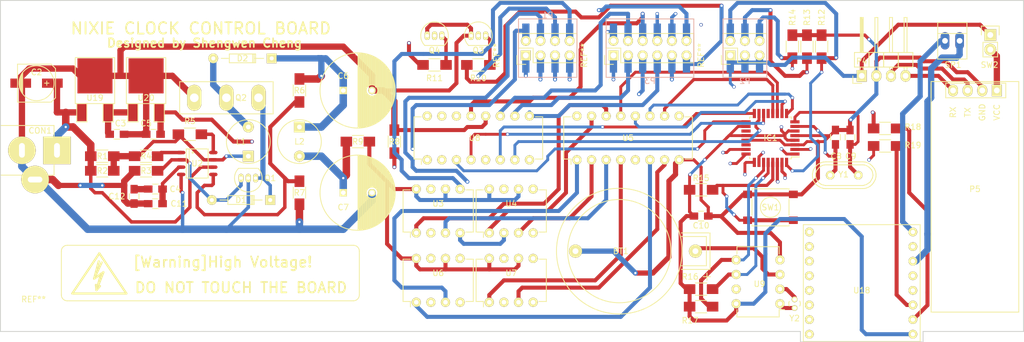
<source format=kicad_pcb>
(kicad_pcb (version 4) (host pcbnew 4.0.2-4+6225~38~ubuntu14.04.1-stable)
  (layers (0 F.Cu signal hide) (1 In1.Cu signal hide) (2 In2.Cu signal hide) (31 B.Cu signal hide) (34 B.Paste user) (35 F.Paste user) (36 B.SilkS user) (37 F.SilkS user) (38 B.Mask user) (39 F.Mask user) (44 Edge.Cuts user))
  (net 0 "")
  (net 1 /RTC/GND)
  (net 2 "Net-(BT1-Pad1)")
  (net 3 /power_supply/12V)
  (net 4 /RTC/5V)
  (net 5 "Net-(C6-Pad1)")
  (net 6 /nixie_control/170V)
  (net 7 Crystal1)
  (net 8 Ctystal2)
  (net 9 "Net-(D1-Pad2)")
  (net 10 "Net-(D1-Pad1)")
  (net 11 "Net-(D2-Pad2)")
  (net 12 Digit_A3)
  (net 13 Digit_A2)
  (net 14 Digit_A1)
  (net 15 Digit_A0)
  (net 16 Font_D)
  (net 17 Font_C)
  (net 18 Font_B)
  (net 19 Font_A)
  (net 20 right_comma)
  (net 21 left_comma)
  (net 22 /RTC/I2C_SDA)
  (net 23 /RTC/I2C_SCL)
  (net 24 Reset)
  (net 25 USART_RX)
  (net 26 USART_TX)
  (net 27 Mode_button)
  (net 28 "Net-(L1-Pad1)")
  (net 29 "Net-(P1-Pad1)")
  (net 30 "Net-(P1-Pad2)")
  (net 31 "Net-(P1-Pad3)")
  (net 32 "Net-(P1-Pad4)")
  (net 33 "Net-(P1-Pad5)")
  (net 34 "Net-(P1-Pad6)")
  (net 35 "Net-(P1-Pad7)")
  (net 36 "Net-(P1-Pad8)")
  (net 37 "Net-(Q3-Pad3)")
  (net 38 "Net-(Q4-Pad3)")
  (net 39 "Net-(R4-Pad2)")
  (net 40 "Net-(R5-Pad2)")
  (net 41 "Net-(R6-Pad2)")
  (net 42 "Net-(U3-Pad1)")
  (net 43 "Net-(U3-Pad3)")
  (net 44 "Net-(U4-Pad1)")
  (net 45 "Net-(U4-Pad3)")
  (net 46 "Net-(U5-Pad7)")
  (net 47 "Net-(U5-Pad6)")
  (net 48 "Net-(U5-Pad4)")
  (net 49 "Net-(U5-Pad1)")
  (net 50 "Net-(U9-Pad1)")
  (net 51 "Net-(U9-Pad2)")
  (net 52 "Net-(P3-Pad2)")
  (net 53 "Net-(P3-Pad1)")
  (net 54 "Net-(P3-Pad8)")
  (net 55 "Net-(P3-Pad7)")
  (net 56 "Net-(P3-Pad3)")
  (net 57 "Net-(P3-Pad4)")
  (net 58 "Net-(P3-Pad6)")
  (net 59 "Net-(P3-Pad5)")
  (net 60 "Net-(P3-Pad9)")
  (net 61 "Net-(P3-Pad10)")
  (net 62 _cathode_comma_left)
  (net 63 _cathode_comma_right)
  (net 64 Search_button)
  (net 65 Adjust_button)
  (net 66 "Net-(R8-Pad2)")
  (net 67 "Net-(R9-Pad1)")
  (net 68 MP3_TX)
  (net 69 MP3_RX)
  (net 70 "Net-(R18-Pad1)")
  (net 71 "Net-(R19-Pad1)")
  (net 72 "Net-(SP1-Pad1)")
  (net 73 "Net-(SP1-Pad2)")
  (net 74 "Net-(C3-Pad1)")
  (net 75 "Net-(C11-Pad1)")
  (net 76 "Net-(C12-Pad1)")
  (net 77 "Net-(P5-Pad4)")
  (module Housings_DIP:DIP-8_W7.62mm (layer F.Cu) (at 137.08888 116.42344 90)
    (fp_text reference U4 (at 5.08 3.81 180) (layer F.SilkS))
    (fp_text value TLP521)
    (pad 1 thru_hole oval (at 0 0 90) (size 1.6 1.6) (drill 0.8) (layers *.Cu *.Mask F.SilkS) (net 44 "Net-(U4-Pad1)"))
    (pad 2 thru_hole oval (at 0 2.54 90) (size 1.6 1.6) (drill 0.8) (layers *.Cu *.Mask F.SilkS) (net 66 "Net-(R8-Pad2)"))
    (pad 3 thru_hole oval (at 0 5.08 90) (size 1.6 1.6) (drill 0.8) (layers *.Cu *.Mask F.SilkS) (net 45 "Net-(U4-Pad3)"))
    (pad 4 thru_hole oval (at 0 7.62 90) (size 1.6 1.6) (drill 0.8) (layers *.Cu *.Mask F.SilkS) (net 66 "Net-(R8-Pad2)"))
    (pad 5 thru_hole oval (at 7.62 7.62 90) (size 1.6 1.6) (drill 0.8) (layers *.Cu *.Mask F.SilkS) (net 34 "Net-(P1-Pad6)"))
    (pad 6 thru_hole oval (at 7.62 5.08 90) (size 1.6 1.6) (drill 0.8) (layers *.Cu *.Mask F.SilkS) (net 67 "Net-(R9-Pad1)"))
    (pad 7 thru_hole oval (at 7.62 2.54 90) (size 1.6 1.6) (drill 0.8) (layers *.Cu *.Mask F.SilkS) (net 33 "Net-(P1-Pad5)"))
    (pad 8 thru_hole oval (at 7.62 0 90) (size 1.6 1.6) (drill 0.8) (layers *.Cu *.Mask F.SilkS) (net 67 "Net-(R9-Pad1)"))
  )
  (module Housings_DIP:DIP-8_W7.62mm (layer F.Cu) (at 137.08888 128.48844 90)
    (fp_text reference U7 (at 5.08 3.81 180) (layer F.SilkS))
    (fp_text value TLP521)
    (pad 1 thru_hole oval (at 0 0 90) (size 1.6 1.6) (drill 0.8) (layers *.Cu *.Mask F.SilkS) (net 48 "Net-(U5-Pad4)"))
    (pad 2 thru_hole oval (at 0 2.54 90) (size 1.6 1.6) (drill 0.8) (layers *.Cu *.Mask F.SilkS) (net 66 "Net-(R8-Pad2)"))
    (pad 3 thru_hole oval (at 0 5.08 90) (size 1.6 1.6) (drill 0.8) (layers *.Cu *.Mask F.SilkS) (net 46 "Net-(U5-Pad7)"))
    (pad 4 thru_hole oval (at 0 7.62 90) (size 1.6 1.6) (drill 0.8) (layers *.Cu *.Mask F.SilkS) (net 66 "Net-(R8-Pad2)"))
    (pad 5 thru_hole oval (at 7.62 7.62 90) (size 1.6 1.6) (drill 0.8) (layers *.Cu *.Mask F.SilkS) (net 30 "Net-(P1-Pad2)"))
    (pad 6 thru_hole oval (at 7.62 5.08 90) (size 1.6 1.6) (drill 0.8) (layers *.Cu *.Mask F.SilkS) (net 67 "Net-(R9-Pad1)"))
    (pad 7 thru_hole oval (at 7.62 2.54 90) (size 1.6 1.6) (drill 0.8) (layers *.Cu *.Mask F.SilkS) (net 29 "Net-(P1-Pad1)"))
    (pad 8 thru_hole oval (at 7.62 0 90) (size 1.6 1.6) (drill 0.8) (layers *.Cu *.Mask F.SilkS) (net 67 "Net-(R9-Pad1)"))
  )
  (module Capacitors_ThroughHole:C_Radial_D13_L21_P5 (layer F.Cu) (at 111.68888 109.43844)
    (fp_text reference C7 (at 0 2.54) (layer F.SilkS))
    (fp_text value 33uf/250v)
    (pad 1 thru_hole rect (at 0 0) (size 1.3 1.3) (drill 0.8) (layers *.Cu *.Mask F.SilkS) (net 6 /nixie_control/170V))
    (pad 2 thru_hole circle (at 5 0) (size 1.3 1.3) (drill 0.8) (layers *.Cu *.Mask F.SilkS) (net 1 /RTC/GND))
  )
  (module Capacitors_SMD:C_0805_HandSoldering (layer F.Cu) (at 72.31888 99.27844)
    (fp_text reference C3 (at 0.635 -1.905) (layer F.SilkS))
    (fp_text value 0.1uf)
    (pad 1 smd rect (at -1.25 0) (size 1.5 1.25) (layers F.Cu F.Paste F.Mask) (net 74 "Net-(C3-Pad1)"))
    (pad 2 smd rect (at 1.25 0) (size 1.5 1.25) (layers F.Cu F.Paste F.Mask) (net 1 /RTC/GND))
  )
  (module Capacitors_SMD:C_0805_HandSoldering (layer F.Cu) (at 79.016 108.80344 180)
    (fp_text reference C4 (at -3.46288 0 180) (layer F.SilkS))
    (fp_text value 1000pf)
    (pad 1 smd rect (at -1.25 0 180) (size 1.5 1.25) (layers F.Cu F.Paste F.Mask) (net 75 "Net-(C11-Pad1)"))
    (pad 2 smd rect (at 1.25 0 180) (size 1.5 1.25) (layers F.Cu F.Paste F.Mask) (net 76 "Net-(C12-Pad1)"))
  )
  (module Capacitors_SMD:C_0805_HandSoldering (layer F.Cu) (at 78.66888 99.27844 180)
    (fp_text reference C5 (at 1.27 1.905 180) (layer F.SilkS))
    (fp_text value 0.1uf)
    (pad 1 smd rect (at -1.25 0 180) (size 1.5 1.25) (layers F.Cu F.Paste F.Mask) (net 4 /RTC/5V))
    (pad 2 smd rect (at 1.25 0 180) (size 1.5 1.25) (layers F.Cu F.Paste F.Mask) (net 1 /RTC/GND))
  )
  (module Capacitors_ThroughHole:C_Radial_D13_L21_P5 (layer F.Cu) (at 111.68888 91.65844)
    (fp_text reference C6 (at 0 -2.54) (layer F.SilkS))
    (fp_text value 33v/250v)
    (pad 1 thru_hole rect (at 0 0) (size 1.3 1.3) (drill 0.8) (layers *.Cu *.Mask F.SilkS) (net 5 "Net-(C6-Pad1)"))
    (pad 2 thru_hole circle (at 5 0) (size 1.3 1.3) (drill 0.8) (layers *.Cu *.Mask F.SilkS) (net 1 /RTC/GND))
  )
  (module Capacitors_SMD:C_0805_HandSoldering (layer F.Cu) (at 197.28688 99.78644 90)
    (fp_text reference C8 (at -3.302 0.127 180) (layer F.SilkS))
    (fp_text value 22pf)
    (pad 1 smd rect (at -1.25 0 90) (size 1.5 1.25) (layers F.Cu F.Paste F.Mask) (net 7 Crystal1))
    (pad 2 smd rect (at 1.25 0 90) (size 1.5 1.25) (layers F.Cu F.Paste F.Mask) (net 1 /RTC/GND))
  )
  (module Capacitors_SMD:C_0805_HandSoldering (layer F.Cu) (at 199.82688 99.78644 90)
    (fp_text reference C9 (at -3.302 0.127 180) (layer F.SilkS))
    (fp_text value 22pf)
    (pad 1 smd rect (at -1.25 0 90) (size 1.5 1.25) (layers F.Cu F.Paste F.Mask) (net 8 Ctystal2))
    (pad 2 smd rect (at 1.25 0 90) (size 1.5 1.25) (layers F.Cu F.Paste F.Mask) (net 1 /RTC/GND))
  )
  (module Capacitors_SMD:C_0805_HandSoldering (layer F.Cu) (at 173.91888 113.50244 180)
    (fp_text reference C10 (at 0 -1.651 180) (layer F.SilkS))
    (fp_text value 0.1uf)
    (pad 1 smd rect (at -1.25 0 180) (size 1.5 1.25) (layers F.Cu F.Paste F.Mask) (net 1 /RTC/GND))
    (pad 2 smd rect (at 1.25 0 180) (size 1.5 1.25) (layers F.Cu F.Paste F.Mask) (net 4 /RTC/5V))
  )
  (module Capacitors_SMD:C_0805_HandSoldering (layer F.Cu) (at 79.016 111.34344 180)
    (fp_text reference C11 (at -4.09788 0 180) (layer F.SilkS))
    (fp_text value 1000pf)
    (pad 1 smd rect (at -1.25 0 180) (size 1.5 1.25) (layers F.Cu F.Paste F.Mask) (net 75 "Net-(C11-Pad1)"))
    (pad 2 smd rect (at 1.25 0 180) (size 1.5 1.25) (layers F.Cu F.Paste F.Mask) (net 1 /RTC/GND))
  )
  (module Capacitors_SMD:C_0805_HandSoldering (layer F.Cu) (at 75.316 110.07344 270)
    (fp_text reference C12 (at 0 2.99712 360) (layer F.SilkS))
    (fp_text value 1000pf)
    (pad 1 smd rect (at -1.25 0 270) (size 1.5 1.25) (layers F.Cu F.Paste F.Mask) (net 76 "Net-(C12-Pad1)"))
    (pad 2 smd rect (at 1.25 0 270) (size 1.5 1.25) (layers F.Cu F.Paste F.Mask) (net 1 /RTC/GND))
  )
  (module Diodes_ThroughHole:Diode_DO-35_SOD27_Horizontal_RM10 (layer F.Cu) (at 98.98888 110.70844 180)
    (fp_text reference D1 (at 5.08 0 180) (layer F.SilkS))
    (fp_text value 1N4148)
    (pad 2 thru_hole circle (at 10.16052 -0.00254) (size 1.69926 1.69926) (drill 0.70104) (layers *.Cu *.Mask F.SilkS) (net 9 "Net-(D1-Pad2)"))
    (pad 1 thru_hole rect (at 0.00052 -0.00254) (size 1.69926 1.69926) (drill 0.70104) (layers *.Cu *.Mask F.SilkS) (net 10 "Net-(D1-Pad1)"))
  )
  (module Diodes_ThroughHole:Diode_DO-35_SOD27_Horizontal_RM10 (layer F.Cu) (at 99.24288 86.07044 180)
    (fp_text reference D2 (at 5.08 0 180) (layer F.SilkS))
    (fp_text value FR157)
    (pad 2 thru_hole circle (at 10.16052 -0.00254) (size 1.69926 1.69926) (drill 0.70104) (layers *.Cu *.Mask F.SilkS) (net 11 "Net-(D2-Pad2)"))
    (pad 1 thru_hole rect (at 0.00052 -0.00254) (size 1.69926 1.69926) (drill 0.70104) (layers *.Cu *.Mask F.SilkS) (net 5 "Net-(C6-Pad1)"))
  )
  (module Housings_QFP:TQFP-32_7x7mm_Pitch0.8mm (layer F.Cu) (at 185.98388 99.91344 180)
    (fp_text reference IC1 (at 0 0 180) (layer F.SilkS))
    (fp_text value ATMEGA328P-A)
    (pad 1 smd rect (at -4.25 -2.8 180) (size 1.6 0.55) (layers F.Cu F.Paste F.Mask) (net 64 Search_button))
    (pad 2 smd rect (at -4.25 -2 180) (size 1.6 0.55) (layers F.Cu F.Paste F.Mask) (net 65 Adjust_button))
    (pad 3 smd rect (at -4.25 -1.2 180) (size 1.6 0.55) (layers F.Cu F.Paste F.Mask) (net 1 /RTC/GND))
    (pad 4 smd rect (at -4.25 -0.4 180) (size 1.6 0.55) (layers F.Cu F.Paste F.Mask) (net 4 /RTC/5V))
    (pad 5 smd rect (at -4.25 0.4 180) (size 1.6 0.55) (layers F.Cu F.Paste F.Mask) (net 1 /RTC/GND))
    (pad 6 smd rect (at -4.25 1.2 180) (size 1.6 0.55) (layers F.Cu F.Paste F.Mask) (net 4 /RTC/5V))
    (pad 7 smd rect (at -4.25 2 180) (size 1.6 0.55) (layers F.Cu F.Paste F.Mask) (net 7 Crystal1))
    (pad 8 smd rect (at -4.25 2.8 180) (size 1.6 0.55) (layers F.Cu F.Paste F.Mask) (net 8 Ctystal2))
    (pad 9 smd rect (at -2.8 4.25 270) (size 1.6 0.55) (layers F.Cu F.Paste F.Mask) (net 12 Digit_A3))
    (pad 10 smd rect (at -2 4.25 270) (size 1.6 0.55) (layers F.Cu F.Paste F.Mask) (net 13 Digit_A2))
    (pad 11 smd rect (at -1.2 4.25 270) (size 1.6 0.55) (layers F.Cu F.Paste F.Mask) (net 14 Digit_A1))
    (pad 12 smd rect (at -0.4 4.25 270) (size 1.6 0.55) (layers F.Cu F.Paste F.Mask) (net 15 Digit_A0))
    (pad 13 smd rect (at 0.4 4.25 270) (size 1.6 0.55) (layers F.Cu F.Paste F.Mask))
    (pad 14 smd rect (at 1.2 4.25 270) (size 1.6 0.55) (layers F.Cu F.Paste F.Mask) (net 16 Font_D))
    (pad 15 smd rect (at 2 4.25 270) (size 1.6 0.55) (layers F.Cu F.Paste F.Mask) (net 17 Font_C))
    (pad 16 smd rect (at 2.8 4.25 270) (size 1.6 0.55) (layers F.Cu F.Paste F.Mask) (net 18 Font_B))
    (pad 17 smd rect (at 4.25 2.8 180) (size 1.6 0.55) (layers F.Cu F.Paste F.Mask) (net 19 Font_A))
    (pad 18 smd rect (at 4.25 2 180) (size 1.6 0.55) (layers F.Cu F.Paste F.Mask) (net 4 /RTC/5V))
    (pad 19 smd rect (at 4.25 1.2 180) (size 1.6 0.55) (layers F.Cu F.Paste F.Mask))
    (pad 20 smd rect (at 4.25 0.4 180) (size 1.6 0.55) (layers F.Cu F.Paste F.Mask) (net 4 /RTC/5V))
    (pad 21 smd rect (at 4.25 -0.4 180) (size 1.6 0.55) (layers F.Cu F.Paste F.Mask) (net 1 /RTC/GND))
    (pad 22 smd rect (at 4.25 -1.2 180) (size 1.6 0.55) (layers F.Cu F.Paste F.Mask))
    (pad 23 smd rect (at 4.25 -2 180) (size 1.6 0.55) (layers F.Cu F.Paste F.Mask) (net 20 right_comma))
    (pad 24 smd rect (at 4.25 -2.8 180) (size 1.6 0.55) (layers F.Cu F.Paste F.Mask) (net 21 left_comma))
    (pad 25 smd rect (at 2.8 -4.25 270) (size 1.6 0.55) (layers F.Cu F.Paste F.Mask) (net 68 MP3_TX))
    (pad 26 smd rect (at 2 -4.25 270) (size 1.6 0.55) (layers F.Cu F.Paste F.Mask) (net 69 MP3_RX))
    (pad 27 smd rect (at 1.2 -4.25 270) (size 1.6 0.55) (layers F.Cu F.Paste F.Mask) (net 22 /RTC/I2C_SDA))
    (pad 28 smd rect (at 0.4 -4.25 270) (size 1.6 0.55) (layers F.Cu F.Paste F.Mask) (net 23 /RTC/I2C_SCL))
    (pad 29 smd rect (at -0.4 -4.25 270) (size 1.6 0.55) (layers F.Cu F.Paste F.Mask) (net 24 Reset))
    (pad 30 smd rect (at -1.2 -4.25 270) (size 1.6 0.55) (layers F.Cu F.Paste F.Mask) (net 25 USART_RX))
    (pad 31 smd rect (at -2 -4.25 270) (size 1.6 0.55) (layers F.Cu F.Paste F.Mask) (net 26 USART_TX))
    (pad 32 smd rect (at -2.8 -4.25 270) (size 1.6 0.55) (layers F.Cu F.Paste F.Mask) (net 27 Mode_button))
  )
  (module Inductors:INDUCTOR_V (layer F.Cu) (at 95.17888 100.54844 90)
    (fp_text reference L1 (at 0 -1.27 180) (layer F.SilkS))
    (fp_text value 220uh)
    (pad 1 thru_hole rect (at -2.54 0 90) (size 1.905 1.905) (drill 0.8128) (layers *.Cu *.Mask F.SilkS) (net 28 "Net-(L1-Pad1)"))
    (pad 2 thru_hole circle (at 2.54 0 90) (size 1.905 1.905) (drill 0.8128) (layers *.Cu *.Mask F.SilkS) (net 11 "Net-(D2-Pad2)"))
  )
  (module Inductors:INDUCTOR_V (layer F.Cu) (at 104.06888 100.54844 270)
    (fp_text reference L2 (at 0 0 360) (layer F.SilkS))
    (fp_text value 22uh)
    (pad 1 thru_hole rect (at -2.54 0 270) (size 1.905 1.905) (drill 0.8128) (layers *.Cu *.Mask F.SilkS) (net 5 "Net-(C6-Pad1)"))
    (pad 2 thru_hole circle (at 2.54 0 270) (size 1.905 1.905) (drill 0.8128) (layers *.Cu *.Mask F.SilkS) (net 6 /nixie_control/170V))
  )
  (module TO_SOT_Packages_THT:TO-92_Inline_Narrow_Oval (layer F.Cu) (at 96.44888 106.89844 180)
    (fp_text reference Q1 (at -2.54 0 180) (layer F.SilkS))
    (fp_text value 2SB647)
    (pad 2 thru_hole oval (at 1.27 0) (size 0.89916 1.50114) (drill 0.6) (layers *.Cu *.Mask F.SilkS) (net 1 /RTC/GND))
    (pad 3 thru_hole oval (at 2.54 0) (size 0.89916 1.50114) (drill 0.6) (layers *.Cu *.Mask F.SilkS) (net 9 "Net-(D1-Pad2)"))
    (pad 1 thru_hole oval (at 0 0) (size 0.89916 1.50114) (drill 0.6) (layers *.Cu *.Mask F.SilkS) (net 10 "Net-(D1-Pad1)"))
  )
  (module TO_SOT_Packages_THT:TO-247_Vertical_Neutral123 (layer F.Cu) (at 91.36888 92.92844 180)
    (fp_text reference Q2 (at -2.54 0 180) (layer F.SilkS))
    (fp_text value 2SK2611)
    (pad 2 thru_hole oval (at 0 0 270) (size 4.50088 2.49936) (drill 1.50114) (layers *.Cu *.Mask F.SilkS) (net 11 "Net-(D2-Pad2)"))
    (pad 1 thru_hole oval (at -5.588 0 270) (size 4.50088 2.49936) (drill 1.50114) (layers *.Cu *.Mask F.SilkS) (net 10 "Net-(D1-Pad1)"))
    (pad 3 thru_hole oval (at 5.588 0 270) (size 4.50088 2.49936) (drill 1.50114) (layers *.Cu *.Mask F.SilkS) (net 1 /RTC/GND))
  )
  (module TO_SOT_Packages_THT:TO-92_Inline_Narrow_Oval (layer F.Cu) (at 133.91388 82.13344)
    (fp_text reference Q3 (at 1.27 2.54) (layer F.SilkS))
    (fp_text value Q_NPN_EBC)
    (pad 2 thru_hole oval (at 1.27 0 180) (size 0.89916 1.50114) (drill 0.6) (layers *.Cu *.Mask F.SilkS) (net 21 left_comma))
    (pad 3 thru_hole oval (at 2.54 0 180) (size 0.89916 1.50114) (drill 0.6) (layers *.Cu *.Mask F.SilkS) (net 37 "Net-(Q3-Pad3)"))
    (pad 1 thru_hole oval (at 0 0 180) (size 0.89916 1.50114) (drill 0.6) (layers *.Cu *.Mask F.SilkS) (net 1 /RTC/GND))
  )
  (module TO_SOT_Packages_THT:TO-92_Inline_Narrow_Oval (layer F.Cu) (at 126.29388 82.13344)
    (fp_text reference Q4 (at 1.27 2.54) (layer F.SilkS))
    (fp_text value Q_NPN_EBC)
    (pad 2 thru_hole oval (at 1.27 0 180) (size 0.89916 1.50114) (drill 0.6) (layers *.Cu *.Mask F.SilkS) (net 20 right_comma))
    (pad 3 thru_hole oval (at 2.54 0 180) (size 0.89916 1.50114) (drill 0.6) (layers *.Cu *.Mask F.SilkS) (net 38 "Net-(Q4-Pad3)"))
    (pad 1 thru_hole oval (at 0 0 180) (size 0.89916 1.50114) (drill 0.6) (layers *.Cu *.Mask F.SilkS) (net 1 /RTC/GND))
  )
  (module Resistors_SMD:R_1206_HandSoldering (layer F.Cu) (at 69.77888 103.08844)
    (fp_text reference R1 (at 0 0) (layer F.SilkS))
    (fp_text value 0.5ohm)
    (pad 1 smd rect (at -2 0) (size 2 1.7) (layers F.Cu F.Paste F.Mask) (net 3 /power_supply/12V))
    (pad 2 smd rect (at 2 0) (size 2 1.7) (layers F.Cu F.Paste F.Mask) (net 28 "Net-(L1-Pad1)"))
  )
  (module Resistors_SMD:R_1206_HandSoldering (layer F.Cu) (at 69.77888 105.62844)
    (fp_text reference R2 (at 0 0) (layer F.SilkS))
    (fp_text value 0.5ohm)
    (pad 1 smd rect (at -2 0) (size 2 1.7) (layers F.Cu F.Paste F.Mask) (net 3 /power_supply/12V))
    (pad 2 smd rect (at 2 0) (size 2 1.7) (layers F.Cu F.Paste F.Mask) (net 28 "Net-(L1-Pad1)"))
  )
  (module Resistors_SMD:R_1206_HandSoldering (layer F.Cu) (at 77.39888 105.62844 180)
    (fp_text reference R3 (at 0 0 180) (layer F.SilkS))
    (fp_text value "1k ohm")
    (pad 1 smd rect (at -2 0 180) (size 2 1.7) (layers F.Cu F.Paste F.Mask) (net 9 "Net-(D1-Pad2)"))
    (pad 2 smd rect (at 2 0 180) (size 2 1.7) (layers F.Cu F.Paste F.Mask) (net 1 /RTC/GND))
  )
  (module Resistors_SMD:R_1206_HandSoldering (layer F.Cu) (at 77.39888 103.08844)
    (fp_text reference R4 (at 0 0) (layer F.SilkS))
    (fp_text value "1k ohm")
    (pad 1 smd rect (at -2 0) (size 2 1.7) (layers F.Cu F.Paste F.Mask) (net 28 "Net-(L1-Pad1)"))
    (pad 2 smd rect (at 2 0) (size 2 1.7) (layers F.Cu F.Paste F.Mask) (net 39 "Net-(R4-Pad2)"))
  )
  (module Resistors_SMD:R_1206_HandSoldering (layer F.Cu) (at 85.01888 99.27844)
    (fp_text reference R5 (at 0 -2.3) (layer F.SilkS))
    (fp_text value 620ohm)
    (pad 1 smd rect (at -2 0) (size 2 1.7) (layers F.Cu F.Paste F.Mask) (net 28 "Net-(L1-Pad1)"))
    (pad 2 smd rect (at 2 0) (size 2 1.7) (layers F.Cu F.Paste F.Mask) (net 40 "Net-(R5-Pad2)"))
  )
  (module Resistors_SMD:R_1206_HandSoldering (layer F.Cu) (at 104.06888 91.65844 270)
    (fp_text reference R6 (at 0 0 360) (layer F.SilkS))
    (fp_text value "100k ohm")
    (pad 1 smd rect (at -2 0 270) (size 2 1.7) (layers F.Cu F.Paste F.Mask) (net 5 "Net-(C6-Pad1)"))
    (pad 2 smd rect (at 2 0 270) (size 2 1.7) (layers F.Cu F.Paste F.Mask) (net 41 "Net-(R6-Pad2)"))
  )
  (module Resistors_SMD:R_1206_HandSoldering (layer F.Cu) (at 104.06888 109.43844 270)
    (fp_text reference R7 (at 0 0 360) (layer F.SilkS))
    (fp_text value "760 ohm")
    (pad 1 smd rect (at -2 0 270) (size 2 1.7) (layers F.Cu F.Paste F.Mask) (net 41 "Net-(R6-Pad2)"))
    (pad 2 smd rect (at 2 0 270) (size 2 1.7) (layers F.Cu F.Paste F.Mask) (net 1 /RTC/GND))
  )
  (module Resistors_SMD:R_1206_HandSoldering (layer F.Cu) (at 120.57888 100.54844 270)
    (fp_text reference R8 (at 0 0 360) (layer F.SilkS))
    (fp_text value 330ohm)
    (pad 1 smd rect (at -2 0 270) (size 2 1.7) (layers F.Cu F.Paste F.Mask) (net 1 /RTC/GND))
    (pad 2 smd rect (at 2 0 270) (size 2 1.7) (layers F.Cu F.Paste F.Mask) (net 66 "Net-(R8-Pad2)"))
  )
  (module Resistors_SMD:R_1206_HandSoldering (layer F.Cu) (at 114.22888 100.54844 180)
    (fp_text reference R9 (at 0 0 180) (layer F.SilkS))
    (fp_text value "18k ohm")
    (pad 1 smd rect (at -2 0 180) (size 2 1.7) (layers F.Cu F.Paste F.Mask) (net 67 "Net-(R9-Pad1)"))
    (pad 2 smd rect (at 2 0 180) (size 2 1.7) (layers F.Cu F.Paste F.Mask) (net 6 /nixie_control/170V))
  )
  (module Resistors_SMD:R_1206_HandSoldering (layer F.Cu) (at 135.18388 87.21344 180)
    (fp_text reference R10 (at 0 -2.3 180) (layer F.SilkS))
    (fp_text value R)
    (pad 1 smd rect (at -2 0 180) (size 2 1.7) (layers F.Cu F.Paste F.Mask) (net 37 "Net-(Q3-Pad3)"))
    (pad 2 smd rect (at 2 0 180) (size 2 1.7) (layers F.Cu F.Paste F.Mask) (net 62 _cathode_comma_left))
  )
  (module Resistors_SMD:R_1206_HandSoldering (layer F.Cu) (at 127.56388 87.21344 180)
    (fp_text reference R11 (at 0 -2.3 180) (layer F.SilkS))
    (fp_text value R)
    (pad 1 smd rect (at -2 0 180) (size 2 1.7) (layers F.Cu F.Paste F.Mask) (net 38 "Net-(Q4-Pad3)"))
    (pad 2 smd rect (at 2 0 180) (size 2 1.7) (layers F.Cu F.Paste F.Mask) (net 63 _cathode_comma_right))
  )
  (module Resistors_SMD:R_1206_HandSoldering (layer F.Cu) (at 194.87388 84.03844 270)
    (fp_text reference R12 (at -5.08 0 270) (layer F.SilkS))
    (fp_text value 330ohm)
    (pad 1 smd rect (at -2 0 270) (size 2 1.7) (layers F.Cu F.Paste F.Mask) (net 1 /RTC/GND))
    (pad 2 smd rect (at 2 0 270) (size 2 1.7) (layers F.Cu F.Paste F.Mask) (net 27 Mode_button))
  )
  (module Resistors_SMD:R_1206_HandSoldering (layer F.Cu) (at 192.33388 84.03844 270)
    (fp_text reference R13 (at -5.08 0 270) (layer F.SilkS))
    (fp_text value 330ohm)
    (pad 1 smd rect (at -2 0 270) (size 2 1.7) (layers F.Cu F.Paste F.Mask) (net 1 /RTC/GND))
    (pad 2 smd rect (at 2 0 270) (size 2 1.7) (layers F.Cu F.Paste F.Mask) (net 65 Adjust_button))
  )
  (module Resistors_SMD:R_1206_HandSoldering (layer F.Cu) (at 189.79388 84.03844 270)
    (fp_text reference R14 (at -5.08 0 270) (layer F.SilkS))
    (fp_text value 330ohm)
    (pad 1 smd rect (at -2 0 270) (size 2 1.7) (layers F.Cu F.Paste F.Mask) (net 1 /RTC/GND))
    (pad 2 smd rect (at 2 0 270) (size 2 1.7) (layers F.Cu F.Paste F.Mask) (net 64 Search_button))
  )
  (module Resistors_SMD:R_1206_HandSoldering (layer F.Cu) (at 173.91888 108.93044 180)
    (fp_text reference R15 (at 0 2.032 180) (layer F.SilkS))
    (fp_text value "10k ohm")
    (pad 1 smd rect (at -2 0 180) (size 2 1.7) (layers F.Cu F.Paste F.Mask) (net 24 Reset))
    (pad 2 smd rect (at 2 0 180) (size 2 1.7) (layers F.Cu F.Paste F.Mask) (net 4 /RTC/5V))
  )
  (module Resistors_SMD:R_1206_HandSoldering (layer F.Cu) (at 173.91888 126.20244)
    (fp_text reference R16 (at -1.905 -2.159) (layer F.SilkS))
    (fp_text value "4.7k ohm")
    (pad 1 smd rect (at -2 0) (size 2 1.7) (layers F.Cu F.Paste F.Mask) (net 4 /RTC/5V))
    (pad 2 smd rect (at 2 0) (size 2 1.7) (layers F.Cu F.Paste F.Mask) (net 23 /RTC/I2C_SCL))
  )
  (module Resistors_SMD:R_1206_HandSoldering (layer F.Cu) (at 173.91888 129.25044)
    (fp_text reference R17 (at -1.905 2.413) (layer F.SilkS))
    (fp_text value "4.7k ohm")
    (pad 1 smd rect (at -2 0) (size 2 1.7) (layers F.Cu F.Paste F.Mask) (net 4 /RTC/5V))
    (pad 2 smd rect (at 2 0) (size 2 1.7) (layers F.Cu F.Paste F.Mask) (net 22 /RTC/I2C_SDA))
  )
  (module Resistors_SMD:R_1206_HandSoldering (layer F.Cu) (at 205.92288 101.31044 180)
    (fp_text reference R19 (at -4.826 0.127 180) (layer F.SilkS))
    (fp_text value "1k ohm")
    (pad 1 smd rect (at -2 0 180) (size 2 1.7) (layers F.Cu F.Paste F.Mask) (net 71 "Net-(R19-Pad1)"))
    (pad 2 smd rect (at 2 0 180) (size 2 1.7) (layers F.Cu F.Paste F.Mask) (net 68 MP3_TX))
  )
  (module Connect:PINHEAD1-2 (layer F.Cu) (at 217.60688 83.02244)
    (fp_text reference SP1 (at 0.127 4.191) (layer F.SilkS))
    (fp_text value SPEAKER)
    (pad 1 thru_hole oval (at -1.27 0) (size 1.50622 3.01498) (drill 0.99822) (layers *.Cu *.Mask) (net 72 "Net-(SP1-Pad1)"))
    (pad 2 thru_hole oval (at 1.27 0) (size 1.50622 3.01498) (drill 0.99822) (layers *.Cu *.Mask) (net 73 "Net-(SP1-Pad2)"))
  )
  (module Buttons_Switches_SMD:SW_SPST_PTS645 (layer F.Cu) (at 185.98388 111.97844)
    (fp_text reference SW1 (at 0 0) (layer F.SilkS))
    (fp_text value SW_PUSH)
    (pad 2 smd rect (at -3.975 2.25) (size 1.55 1.3) (layers F.Cu F.Paste F.Mask) (net 24 Reset))
    (pad 1 smd rect (at -3.975 -2.25) (size 1.55 1.3) (layers F.Cu F.Paste F.Mask) (net 1 /RTC/GND))
    (pad 1 smd rect (at 3.975 -2.25) (size 1.55 1.3) (layers F.Cu F.Paste F.Mask) (net 1 /RTC/GND))
    (pad 2 smd rect (at 3.975 2.25) (size 1.55 1.3) (layers F.Cu F.Paste F.Mask) (net 24 Reset))
  )
  (module Power_Integrations:SO-8 (layer F.Cu) (at 86.28888 104.35844 270)
    (fp_text reference U2 (at 0 0 360) (layer F.SilkS))
    (fp_text value MC34063A)
    (pad 1 smd oval (at -1.905 2.794 270) (size 0.6096 1.4732) (layers F.Cu F.Paste F.Mask) (net 39 "Net-(R4-Pad2)"))
    (pad 2 smd oval (at -0.635 2.794 270) (size 0.6096 1.4732) (layers F.Cu F.Paste F.Mask) (net 9 "Net-(D1-Pad2)"))
    (pad 3 smd oval (at 0.635 2.794 270) (size 0.6096 1.4732) (layers F.Cu F.Paste F.Mask) (net 75 "Net-(C11-Pad1)"))
    (pad 4 smd oval (at 1.905 2.794 270) (size 0.6096 1.4732) (layers F.Cu F.Paste F.Mask) (net 1 /RTC/GND))
    (pad 5 smd oval (at 1.905 -2.794 270) (size 0.6096 1.4732) (layers F.Cu F.Paste F.Mask) (net 41 "Net-(R6-Pad2)"))
    (pad 6 smd oval (at 0.635 -2.794 270) (size 0.6096 1.4732) (layers F.Cu F.Paste F.Mask) (net 3 /power_supply/12V))
    (pad 7 smd oval (at -0.635 -2.794 270) (size 0.6096 1.4732) (layers F.Cu F.Paste F.Mask) (net 28 "Net-(L1-Pad1)"))
    (pad 8 smd oval (at -1.905 -2.794 270) (size 0.6096 1.4732) (layers F.Cu F.Paste F.Mask) (net 40 "Net-(R5-Pad2)"))
  )
  (module Housings_DIP:DIP-8_W7.62mm (layer F.Cu) (at 124.38888 116.42344 90)
    (fp_text reference U3 (at 5.08 3.81 180) (layer F.SilkS))
    (fp_text value TLP521)
    (pad 1 thru_hole oval (at 0 0 90) (size 1.6 1.6) (drill 0.8) (layers *.Cu *.Mask F.SilkS) (net 42 "Net-(U3-Pad1)"))
    (pad 2 thru_hole oval (at 0 2.54 90) (size 1.6 1.6) (drill 0.8) (layers *.Cu *.Mask F.SilkS) (net 66 "Net-(R8-Pad2)"))
    (pad 3 thru_hole oval (at 0 5.08 90) (size 1.6 1.6) (drill 0.8) (layers *.Cu *.Mask F.SilkS) (net 43 "Net-(U3-Pad3)"))
    (pad 4 thru_hole oval (at 0 7.62 90) (size 1.6 1.6) (drill 0.8) (layers *.Cu *.Mask F.SilkS) (net 66 "Net-(R8-Pad2)"))
    (pad 5 thru_hole oval (at 7.62 7.62 90) (size 1.6 1.6) (drill 0.8) (layers *.Cu *.Mask F.SilkS) (net 36 "Net-(P1-Pad8)"))
    (pad 6 thru_hole oval (at 7.62 5.08 90) (size 1.6 1.6) (drill 0.8) (layers *.Cu *.Mask F.SilkS) (net 67 "Net-(R9-Pad1)"))
    (pad 7 thru_hole oval (at 7.62 2.54 90) (size 1.6 1.6) (drill 0.8) (layers *.Cu *.Mask F.SilkS) (net 35 "Net-(P1-Pad7)"))
    (pad 8 thru_hole oval (at 7.62 0 90) (size 1.6 1.6) (drill 0.8) (layers *.Cu *.Mask F.SilkS) (net 67 "Net-(R9-Pad1)"))
  )
  (module Housings_DIP:DIP-16_W7.62mm (layer F.Cu) (at 152.32888 103.72344 90)
    (fp_text reference U5 (at 3.81 8.89 180) (layer F.SilkS))
    (fp_text value HEF4028)
    (pad 1 thru_hole oval (at 0 0 90) (size 1.6 1.6) (drill 0.8) (layers *.Cu *.Mask F.SilkS) (net 49 "Net-(U5-Pad1)"))
    (pad 2 thru_hole oval (at 0 2.54 90) (size 1.6 1.6) (drill 0.8) (layers *.Cu *.Mask F.SilkS) (net 45 "Net-(U4-Pad3)"))
    (pad 3 thru_hole oval (at 0 5.08 90) (size 1.6 1.6) (drill 0.8) (layers *.Cu *.Mask F.SilkS) (net 43 "Net-(U3-Pad3)"))
    (pad 4 thru_hole oval (at 0 7.62 90) (size 1.6 1.6) (drill 0.8) (layers *.Cu *.Mask F.SilkS) (net 48 "Net-(U5-Pad4)"))
    (pad 5 thru_hole oval (at 0 10.16 90) (size 1.6 1.6) (drill 0.8) (layers *.Cu *.Mask F.SilkS))
    (pad 6 thru_hole oval (at 0 12.7 90) (size 1.6 1.6) (drill 0.8) (layers *.Cu *.Mask F.SilkS) (net 47 "Net-(U5-Pad6)"))
    (pad 7 thru_hole oval (at 0 15.24 90) (size 1.6 1.6) (drill 0.8) (layers *.Cu *.Mask F.SilkS) (net 46 "Net-(U5-Pad7)"))
    (pad 8 thru_hole oval (at 0 17.78 90) (size 1.6 1.6) (drill 0.8) (layers *.Cu *.Mask F.SilkS) (net 1 /RTC/GND))
    (pad 9 thru_hole oval (at 7.62 17.78 90) (size 1.6 1.6) (drill 0.8) (layers *.Cu *.Mask F.SilkS))
    (pad 10 thru_hole oval (at 7.62 15.24 90) (size 1.6 1.6) (drill 0.8) (layers *.Cu *.Mask F.SilkS) (net 15 Digit_A0))
    (pad 11 thru_hole oval (at 7.62 12.7 90) (size 1.6 1.6) (drill 0.8) (layers *.Cu *.Mask F.SilkS) (net 12 Digit_A3))
    (pad 12 thru_hole oval (at 7.62 10.16 90) (size 1.6 1.6) (drill 0.8) (layers *.Cu *.Mask F.SilkS) (net 13 Digit_A2))
    (pad 13 thru_hole oval (at 7.62 7.62 90) (size 1.6 1.6) (drill 0.8) (layers *.Cu *.Mask F.SilkS) (net 14 Digit_A1))
    (pad 14 thru_hole oval (at 7.62 5.08 90) (size 1.6 1.6) (drill 0.8) (layers *.Cu *.Mask F.SilkS) (net 42 "Net-(U3-Pad1)"))
    (pad 15 thru_hole oval (at 7.62 2.54 90) (size 1.6 1.6) (drill 0.8) (layers *.Cu *.Mask F.SilkS) (net 44 "Net-(U4-Pad1)"))
    (pad 16 thru_hole oval (at 7.62 0 90) (size 1.6 1.6) (drill 0.8) (layers *.Cu *.Mask F.SilkS) (net 4 /RTC/5V))
  )
  (module Housings_DIP:DIP-8_W7.62mm (layer F.Cu) (at 124.38888 128.48844 90)
    (fp_text reference U6 (at 5.08 3.81 180) (layer F.SilkS))
    (fp_text value TLP521)
    (pad 1 thru_hole oval (at 0 0 90) (size 1.6 1.6) (drill 0.8) (layers *.Cu *.Mask F.SilkS) (net 47 "Net-(U5-Pad6)"))
    (pad 2 thru_hole oval (at 0 2.54 90) (size 1.6 1.6) (drill 0.8) (layers *.Cu *.Mask F.SilkS) (net 66 "Net-(R8-Pad2)"))
    (pad 3 thru_hole oval (at 0 5.08 90) (size 1.6 1.6) (drill 0.8) (layers *.Cu *.Mask F.SilkS) (net 49 "Net-(U5-Pad1)"))
    (pad 4 thru_hole oval (at 0 7.62 90) (size 1.6 1.6) (drill 0.8) (layers *.Cu *.Mask F.SilkS) (net 66 "Net-(R8-Pad2)"))
    (pad 5 thru_hole oval (at 7.62 7.62 90) (size 1.6 1.6) (drill 0.8) (layers *.Cu *.Mask F.SilkS) (net 32 "Net-(P1-Pad4)"))
    (pad 6 thru_hole oval (at 7.62 5.08 90) (size 1.6 1.6) (drill 0.8) (layers *.Cu *.Mask F.SilkS) (net 67 "Net-(R9-Pad1)"))
    (pad 7 thru_hole oval (at 7.62 2.54 90) (size 1.6 1.6) (drill 0.8) (layers *.Cu *.Mask F.SilkS) (net 31 "Net-(P1-Pad3)"))
    (pad 8 thru_hole oval (at 7.62 0 90) (size 1.6 1.6) (drill 0.8) (layers *.Cu *.Mask F.SilkS) (net 67 "Net-(R9-Pad1)"))
  )
  (module Housings_DIP:DIP-16_W7.62mm (layer F.Cu) (at 126.29388 103.72344 90)
    (fp_text reference U8 (at 3.81 8.255 180) (layer F.SilkS))
    (fp_text value K155ID1)
    (pad 1 thru_hole oval (at 0 0 90) (size 1.6 1.6) (drill 0.8) (layers *.Cu *.Mask F.SilkS) (net 52 "Net-(P3-Pad2)"))
    (pad 2 thru_hole oval (at 0 2.54 90) (size 1.6 1.6) (drill 0.8) (layers *.Cu *.Mask F.SilkS) (net 53 "Net-(P3-Pad1)"))
    (pad 3 thru_hole oval (at 0 5.08 90) (size 1.6 1.6) (drill 0.8) (layers *.Cu *.Mask F.SilkS) (net 19 Font_A))
    (pad 4 thru_hole oval (at 0 7.62 90) (size 1.6 1.6) (drill 0.8) (layers *.Cu *.Mask F.SilkS) (net 16 Font_D))
    (pad 5 thru_hole oval (at 0 10.16 90) (size 1.6 1.6) (drill 0.8) (layers *.Cu *.Mask F.SilkS) (net 4 /RTC/5V))
    (pad 6 thru_hole oval (at 0 12.7 90) (size 1.6 1.6) (drill 0.8) (layers *.Cu *.Mask F.SilkS) (net 18 Font_B))
    (pad 7 thru_hole oval (at 0 15.24 90) (size 1.6 1.6) (drill 0.8) (layers *.Cu *.Mask F.SilkS) (net 17 Font_C))
    (pad 8 thru_hole oval (at 0 17.78 90) (size 1.6 1.6) (drill 0.8) (layers *.Cu *.Mask F.SilkS) (net 54 "Net-(P3-Pad8)"))
    (pad 9 thru_hole oval (at 7.62 17.78 90) (size 1.6 1.6) (drill 0.8) (layers *.Cu *.Mask F.SilkS) (net 55 "Net-(P3-Pad7)"))
    (pad 10 thru_hole oval (at 7.62 15.24 90) (size 1.6 1.6) (drill 0.8) (layers *.Cu *.Mask F.SilkS) (net 56 "Net-(P3-Pad3)"))
    (pad 11 thru_hole oval (at 7.62 12.7 90) (size 1.6 1.6) (drill 0.8) (layers *.Cu *.Mask F.SilkS) (net 57 "Net-(P3-Pad4)"))
    (pad 12 thru_hole oval (at 7.62 10.16 90) (size 1.6 1.6) (drill 0.8) (layers *.Cu *.Mask F.SilkS) (net 1 /RTC/GND))
    (pad 13 thru_hole oval (at 7.62 7.62 90) (size 1.6 1.6) (drill 0.8) (layers *.Cu *.Mask F.SilkS) (net 58 "Net-(P3-Pad6)"))
    (pad 14 thru_hole oval (at 7.62 5.08 90) (size 1.6 1.6) (drill 0.8) (layers *.Cu *.Mask F.SilkS) (net 59 "Net-(P3-Pad5)"))
    (pad 15 thru_hole oval (at 7.62 2.54 90) (size 1.6 1.6) (drill 0.8) (layers *.Cu *.Mask F.SilkS) (net 60 "Net-(P3-Pad9)"))
    (pad 16 thru_hole oval (at 7.62 0 90) (size 1.6 1.6) (drill 0.8) (layers *.Cu *.Mask F.SilkS) (net 61 "Net-(P3-Pad10)"))
  )
  (module Crystals:Crystal_HC49-U_Vertical (layer F.Cu) (at 198.81088 106.39044)
    (fp_text reference Y1 (at -0.127 -0.127) (layer F.SilkS))
    (fp_text value 16MHZ)
    (pad 1 thru_hole circle (at -2.44094 0) (size 1.50114 1.50114) (drill 0.8001) (layers *.Cu *.Mask F.SilkS) (net 7 Crystal1))
    (pad 2 thru_hole circle (at 2.44094 0) (size 1.50114 1.50114) (drill 0.8001) (layers *.Cu *.Mask F.SilkS) (net 8 Ctystal2))
  )
  (module Crystals:Crystal_Round_Vertical_2mm (layer F.Cu) (at 190.17488 128.74244 90)
    (fp_text reference Y2 (at -2.54 0 180) (layer F.SilkS))
    (fp_text value 32.768khz)
    (pad 1 thru_hole circle (at -0.7493 0 90) (size 1.00076 1.00076) (drill 0.59944) (layers *.Cu *.Mask F.SilkS) (net 50 "Net-(U9-Pad1)"))
    (pad 2 thru_hole circle (at 0.7493 0 90) (size 1.00076 1.00076) (drill 0.59944) (layers *.Cu *.Mask F.SilkS) (net 51 "Net-(U9-Pad2)"))
  )
  (module Housings_DIP:DIP-8_W7.62mm (layer F.Cu) (at 187.63488 128.74244 180)
    (fp_text reference U9 (at 3.556 3.429 180) (layer F.SilkS))
    (fp_text value DS1307)
    (pad 1 thru_hole oval (at 0 0 180) (size 1.6 1.6) (drill 0.8) (layers *.Cu *.Mask F.SilkS) (net 50 "Net-(U9-Pad1)"))
    (pad 2 thru_hole oval (at 0 2.54 180) (size 1.6 1.6) (drill 0.8) (layers *.Cu *.Mask F.SilkS) (net 51 "Net-(U9-Pad2)"))
    (pad 3 thru_hole oval (at 0 5.08 180) (size 1.6 1.6) (drill 0.8) (layers *.Cu *.Mask F.SilkS) (net 2 "Net-(BT1-Pad1)"))
    (pad 4 thru_hole oval (at 0 7.62 180) (size 1.6 1.6) (drill 0.8) (layers *.Cu *.Mask F.SilkS) (net 1 /RTC/GND))
    (pad 5 thru_hole oval (at 7.62 7.62 180) (size 1.6 1.6) (drill 0.8) (layers *.Cu *.Mask F.SilkS) (net 22 /RTC/I2C_SDA))
    (pad 6 thru_hole oval (at 7.62 5.08 180) (size 1.6 1.6) (drill 0.8) (layers *.Cu *.Mask F.SilkS) (net 23 /RTC/I2C_SCL))
    (pad 7 thru_hole oval (at 7.62 2.54 180) (size 1.6 1.6) (drill 0.8) (layers *.Cu *.Mask F.SilkS))
    (pad 8 thru_hole oval (at 7.62 0 180) (size 1.6 1.6) (drill 0.8) (layers *.Cu *.Mask F.SilkS) (net 4 /RTC/5V))
  )
  (module Pin_Headers:Pin_Header_Straight_1x02 (layer F.Cu) (at 224.21088 82.00644)
    (fp_text reference SW2 (at -0.127 5.207) (layer F.SilkS))
    (fp_text value SPST)
    (pad 1 thru_hole rect (at 0 0) (size 2.032 2.032) (drill 1.016) (layers *.Cu *.Mask F.SilkS) (net 4 /RTC/5V))
    (pad 2 thru_hole oval (at 0 2.54) (size 2.032 2.032) (drill 1.016) (layers *.Cu *.Mask F.SilkS) (net 77 "Net-(P5-Pad4)"))
  )
  (module Resistors_SMD:R_1206_HandSoldering (layer F.Cu) (at 205.92288 98.26244 180)
    (fp_text reference R18 (at -4.826 0.254 180) (layer F.SilkS))
    (fp_text value "1K ohm")
    (pad 1 smd rect (at -2 0 180) (size 2 1.7) (layers F.Cu F.Paste F.Mask) (net 70 "Net-(R18-Pad1)"))
    (pad 2 smd rect (at 2 0 180) (size 2 1.7) (layers F.Cu F.Paste F.Mask) (net 69 MP3_RX))
  )
  (module dfplayer:DFPlayer (layer F.Cu) (at 201.85888 125.15444 180)
    (fp_text reference U18 (at 0 -1.27 180) (layer F.SilkS))
    (fp_text value DFPlayer)
    (pad 1 thru_hole circle (at -8.89 -8.89 180) (size 1.524 1.524) (drill 0.762) (layers *.Cu *.Mask F.SilkS) (net 4 /RTC/5V))
    (pad 2 thru_hole circle (at -8.89 -6.35 180) (size 1.524 1.524) (drill 0.762) (layers *.Cu *.Mask F.SilkS) (net 70 "Net-(R18-Pad1)"))
    (pad 3 thru_hole circle (at -8.89 -3.81 180) (size 1.524 1.524) (drill 0.762) (layers *.Cu *.Mask F.SilkS) (net 71 "Net-(R19-Pad1)"))
    (pad 4 thru_hole circle (at -8.89 -1.27 180) (size 1.524 1.524) (drill 0.762) (layers *.Cu *.Mask F.SilkS))
    (pad 5 thru_hole circle (at -8.89 1.27 180) (size 1.524 1.524) (drill 0.762) (layers *.Cu *.Mask F.SilkS))
    (pad 6 thru_hole circle (at -8.89 3.81 180) (size 1.524 1.524) (drill 0.762) (layers *.Cu *.Mask F.SilkS) (net 73 "Net-(SP1-Pad2)"))
    (pad 7 thru_hole circle (at -8.89 6.35 180) (size 1.524 1.524) (drill 0.762) (layers *.Cu *.Mask F.SilkS) (net 1 /RTC/GND))
    (pad 8 thru_hole circle (at -8.89 8.89 180) (size 1.524 1.524) (drill 0.762) (layers *.Cu *.Mask F.SilkS) (net 72 "Net-(SP1-Pad1)"))
    (pad 9 thru_hole circle (at 9.11 8.89 180) (size 1.524 1.524) (drill 0.762) (layers *.Cu *.Mask F.SilkS))
    (pad 10 thru_hole circle (at 9.11 6.35 180) (size 1.524 1.524) (drill 0.762) (layers *.Cu *.Mask F.SilkS))
    (pad 11 thru_hole circle (at 9.11 3.81 180) (size 1.524 1.524) (drill 0.762) (layers *.Cu *.Mask F.SilkS))
    (pad 12 thru_hole circle (at 9.11 1.27 180) (size 1.524 1.524) (drill 0.762) (layers *.Cu *.Mask F.SilkS))
    (pad 13 thru_hole circle (at 9.11 -1.27 180) (size 1.524 1.524) (drill 0.762) (layers *.Cu *.Mask F.SilkS))
    (pad 14 thru_hole circle (at 9.11 -3.81 180) (size 1.524 1.524) (drill 0.762) (layers *.Cu *.Mask F.SilkS))
    (pad 15 thru_hole circle (at 9.11 -6.35 180) (size 1.524 1.524) (drill 0.762) (layers *.Cu *.Mask F.SilkS))
    (pad 16 thru_hole circle (at 9.11 -8.89 180) (size 1.524 1.524) (drill 0.762) (layers *.Cu *.Mask F.SilkS))
  )
  (module Pin_Headers:Pin_Header_Angled_1x04 (layer F.Cu) (at 201.85888 89.11844 90)
    (fp_text reference P4 (at 2.54 0 180) (layer F.SilkS))
    (fp_text value CONN_01X04)
    (pad 1 thru_hole rect (at 0 0 90) (size 2.032 1.7272) (drill 1.016) (layers *.Cu *.Mask F.SilkS) (net 4 /RTC/5V))
    (pad 2 thru_hole oval (at 0 2.54 90) (size 2.032 1.7272) (drill 1.016) (layers *.Cu *.Mask F.SilkS) (net 1 /RTC/GND))
    (pad 3 thru_hole oval (at 0 5.08 90) (size 2.032 1.7272) (drill 1.016) (layers *.Cu *.Mask F.SilkS) (net 25 USART_RX))
    (pad 4 thru_hole oval (at 0 7.62 90) (size 2.032 1.7272) (drill 1.016) (layers *.Cu *.Mask F.SilkS) (net 26 USART_TX))
  )
  (module Connect:JACK_ALIM (layer F.Cu) (at 55.80888 102.06844)
    (fp_text reference CON1 (at 3.175 -3.425) (layer F.SilkS))
    (fp_text value BARREL_JACK)
    (pad 2 thru_hole circle (at 0 0) (size 4.8006 4.8006) (drill oval 1.016 2.54) (layers *.Cu *.Mask F.SilkS) (net 1 /RTC/GND))
    (pad 1 thru_hole rect (at 6.096 0) (size 4.8006 4.8006) (drill oval 1.016 2.54) (layers *.Cu *.Mask F.SilkS) (net 3 /power_supply/12V))
    (pad 3 thru_hole circle (at 2.286 5.08) (size 4.8006 4.8006) (drill oval 2.54 1.016) (layers *.Cu *.Mask F.SilkS) (net 1 /RTC/GND))
  )
  (module Capacitors_SMD:c_elec_6.3x5.3 (layer F.Cu) (at 58.34888 90.38844)
    (fp_text reference C2 (at 0 -1.905) (layer F.SilkS))
    (fp_text value 100uf/16v)
    (pad 1 smd rect (at 2.75082 0) (size 3.59918 1.6002) (layers F.Cu F.Paste F.Mask) (net 3 /power_supply/12V))
    (pad 2 smd rect (at -2.75082 0) (size 3.59918 1.6002) (layers F.Cu F.Paste F.Mask) (net 1 /RTC/GND))
  )
  (module TO_SOT_Packages_SMD:TO-252-2Lead (layer F.Cu) (at 68.50888 95.46844)
    (fp_text reference U19 (at 0 -2.54) (layer F.SilkS))
    (fp_text value LM7808CT)
    (pad 1 smd rect (at -2.286 0) (size 1.651 3.048) (layers F.Cu F.Paste F.Mask) (net 3 /power_supply/12V))
    (pad 2 smd rect (at 0 -6.35) (size 6.096 6.096) (layers F.Cu F.Paste F.Mask) (net 1 /RTC/GND))
    (pad 3 smd rect (at 2.286 0) (size 1.651 3.048) (layers F.Cu F.Paste F.Mask) (net 74 "Net-(C3-Pad1)"))
  )
  (module TO_SOT_Packages_SMD:TO-252-2Lead (layer F.Cu) (at 77.39888 95.46844)
    (fp_text reference U20 (at 0 -2.54) (layer F.SilkS))
    (fp_text value SMD_7805)
    (pad 1 smd rect (at -2.286 0) (size 1.651 3.048) (layers F.Cu F.Paste F.Mask) (net 74 "Net-(C3-Pad1)"))
    (pad 2 smd rect (at 0 -6.35) (size 6.096 6.096) (layers F.Cu F.Paste F.Mask) (net 1 /RTC/GND))
    (pad 3 smd rect (at 2.286 0) (size 1.651 3.048) (layers F.Cu F.Paste F.Mask) (net 4 /RTC/5V))
  )
  (module HC06:HC06 (layer F.Cu) (at 225.35388 91.65844 270)
    (fp_text reference P5 (at 17.145 3.81 360) (layer F.SilkS))
    (fp_text value BLUETOOTH_SJ)
    (fp_text user VCC (at 3.81 0 270) (layer F.SilkS))
    (fp_text user GND (at 3.81 2.54 270) (layer F.SilkS))
    (fp_text user TX (at 3.81 5.08 270) (layer F.SilkS))
    (fp_text user RX (at 3.81 7.62 270) (layer F.SilkS))
    (pad 4 thru_hole rect (at 0 0 270) (size 2.032 1.7272) (drill 1.016) (layers *.Cu *.Mask F.SilkS) (net 77 "Net-(P5-Pad4)"))
    (pad 3 thru_hole oval (at 0 2.54 270) (size 2.032 1.7272) (drill 1.016) (layers *.Cu *.Mask F.SilkS) (net 1 /RTC/GND))
    (pad 2 thru_hole oval (at 0 5.08 270) (size 2.032 1.7272) (drill 1.016) (layers *.Cu *.Mask F.SilkS) (net 25 USART_RX))
    (pad 1 thru_hole oval (at 0 7.62 270) (size 2.032 1.7272) (drill 1.016) (layers *.Cu *.Mask F.SilkS) (net 26 USART_TX))
  )
  (module SMD_PIN_2_BY_4_REVERSE:SMD_PIN_2_BY_4_REVERSE (layer B.Cu) (at 143.43888 85.56244)
    (fp_text reference P1 (at 3.81 -6.985) (layer B.SilkS) (effects (justify mirror)))
    (fp_text value CONN_01X08)
    (pad 2 smd rect (at 0 -4.04) (size 1.27 3) (layers B.Cu B.Paste B.Mask) (net 30 "Net-(P1-Pad2)"))
    (pad 4 smd rect (at 2.54 -4.04) (size 1.27 3) (layers B.Cu B.Paste B.Mask) (net 32 "Net-(P1-Pad4)"))
    (pad 8 smd rect (at 7.62 -4.04) (size 1.27 3) (layers B.Cu B.Paste B.Mask) (net 36 "Net-(P1-Pad8)"))
    (pad 6 smd rect (at 5.08 -4.04) (size 1.27 3) (layers B.Cu B.Paste B.Mask) (net 34 "Net-(P1-Pad6)"))
    (pad 5 smd rect (at 5.08 1.5) (size 1.27 3) (layers B.Cu B.Paste B.Mask) (net 33 "Net-(P1-Pad5)"))
    (pad 7 smd rect (at 7.62 1.5) (size 1.27 3) (layers B.Cu B.Paste B.Mask) (net 35 "Net-(P1-Pad7)"))
    (pad 3 smd rect (at 2.54 1.5) (size 1.27 3) (layers B.Cu B.Paste B.Mask) (net 31 "Net-(P1-Pad3)"))
    (pad 1 smd rect (at 0 1.5) (size 1.27 3) (layers B.Cu B.Paste B.Mask) (net 29 "Net-(P1-Pad1)"))
  )
  (module SMD_PIN_2_BY_3_REVERSE:SMD_PIN_2_BY_3_REVERSE (layer B.Cu) (at 178.99888 85.56244)
    (fp_text reference P2 (at 2.54 4.445) (layer B.SilkS) (effects (justify mirror)))
    (fp_text value CONN_02X03)
    (pad 2 smd rect (at 0 -4.04) (size 1.27 3) (layers B.Cu B.Paste B.Mask) (net 27 Mode_button))
    (pad 4 smd rect (at 2.54 -4.04) (size 1.27 3) (layers B.Cu B.Paste B.Mask) (net 65 Adjust_button))
    (pad 6 smd rect (at 5.08 -4.04) (size 1.27 3) (layers B.Cu B.Paste B.Mask) (net 64 Search_button))
    (pad 5 smd rect (at 5.08 1.5) (size 1.27 3) (layers B.Cu B.Paste B.Mask) (net 4 /RTC/5V))
    (pad 3 smd rect (at 2.54 1.5) (size 1.27 3) (layers B.Cu B.Paste B.Mask) (net 4 /RTC/5V))
    (pad 1 smd rect (at 0 1.5) (size 1.27 3) (layers B.Cu B.Paste B.Mask) (net 4 /RTC/5V))
  )
  (module SMD_PIN_2_BY_6_REVERSE:SMD_PIN_2_BY_6_REVERSE (layer B.Cu) (at 158.67888 85.56244)
    (fp_text reference P3 (at 6.35 4.445) (layer B.SilkS) (effects (justify mirror)))
    (fp_text value CONN_01X12)
    (pad 11 smd rect (at 12.7 1.5) (size 1.27 3) (layers B.Cu B.Paste B.Mask) (net 62 _cathode_comma_left))
    (pad 9 smd rect (at 10.16 1.5) (size 1.27 3) (layers B.Cu B.Paste B.Mask) (net 60 "Net-(P3-Pad9)"))
    (pad 10 smd rect (at 10.16 -4.04) (size 1.27 3) (layers B.Cu B.Paste B.Mask) (net 61 "Net-(P3-Pad10)"))
    (pad 12 smd rect (at 12.7 -4.04) (size 1.27 3) (layers B.Cu B.Paste B.Mask) (net 63 _cathode_comma_right))
    (pad 2 smd rect (at 0 -4.04) (size 1.27 3) (layers B.Cu B.Paste B.Mask) (net 52 "Net-(P3-Pad2)"))
    (pad 4 smd rect (at 2.54 -4.04) (size 1.27 3) (layers B.Cu B.Paste B.Mask) (net 57 "Net-(P3-Pad4)"))
    (pad 8 smd rect (at 7.62 -4.04) (size 1.27 3) (layers B.Cu B.Paste B.Mask) (net 54 "Net-(P3-Pad8)"))
    (pad 6 smd rect (at 5.08 -4.04) (size 1.27 3) (layers B.Cu B.Paste B.Mask) (net 58 "Net-(P3-Pad6)"))
    (pad 5 smd rect (at 5.08 1.5) (size 1.27 3) (layers B.Cu B.Paste B.Mask) (net 59 "Net-(P3-Pad5)"))
    (pad 7 smd rect (at 7.62 1.5) (size 1.27 3) (layers B.Cu B.Paste B.Mask) (net 55 "Net-(P3-Pad7)"))
    (pad 3 smd rect (at 2.54 1.5) (size 1.27 3) (layers B.Cu B.Paste B.Mask) (net 56 "Net-(P3-Pad3)"))
    (pad 1 smd rect (at 0 1.5) (size 1.27 3) (layers B.Cu B.Paste B.Mask) (net 53 "Net-(P3-Pad1)"))
  )
  (module warning:warning (layer F.Cu) (at 69.27088 124.17044)
    (fp_text reference REF** (at -11.43 3.81) (layer F.SilkS))
    (fp_text value Symbol_HighVoltage_Type2_CopperTop_VerySmall)
  )
  (module Pin_Headers:Pin_Header_Straight_2x04 (layer F.Cu) (at 143.43888 85.56244 90)
    (fp_text reference REF** (at 0 -5.1 90) (layer F.SilkS))
    (fp_text value Pin_Header_Straight_2x04)
    (pad 1 thru_hole rect (at 0 0 90) (size 1.7272 1.7272) (drill 1.016) (layers *.Cu *.Mask F.SilkS))
    (pad 2 thru_hole oval (at 2.54 0 90) (size 1.7272 1.7272) (drill 1.016) (layers *.Cu *.Mask F.SilkS))
    (pad 3 thru_hole oval (at 0 2.54 90) (size 1.7272 1.7272) (drill 1.016) (layers *.Cu *.Mask F.SilkS))
    (pad 4 thru_hole oval (at 2.54 2.54 90) (size 1.7272 1.7272) (drill 1.016) (layers *.Cu *.Mask F.SilkS))
    (pad 5 thru_hole oval (at 0 5.08 90) (size 1.7272 1.7272) (drill 1.016) (layers *.Cu *.Mask F.SilkS))
    (pad 6 thru_hole oval (at 2.54 5.08 90) (size 1.7272 1.7272) (drill 1.016) (layers *.Cu *.Mask F.SilkS))
    (pad 7 thru_hole oval (at 0 7.62 90) (size 1.7272 1.7272) (drill 1.016) (layers *.Cu *.Mask F.SilkS))
    (pad 8 thru_hole oval (at 2.54 7.62 90) (size 1.7272 1.7272) (drill 1.016) (layers *.Cu *.Mask F.SilkS))
  )
  (module Pin_Headers:Pin_Header_Straight_2x06 (layer F.Cu) (at 158.67888 85.56244 90)
    (fp_text reference REF** (at 0 -5.1 90) (layer F.SilkS))
    (fp_text value Pin_Header_Straight_2x06)
    (pad 1 thru_hole rect (at 0 0 90) (size 1.7272 1.7272) (drill 1.016) (layers *.Cu *.Mask F.SilkS))
    (pad 2 thru_hole oval (at 2.54 0 90) (size 1.7272 1.7272) (drill 1.016) (layers *.Cu *.Mask F.SilkS))
    (pad 3 thru_hole oval (at 0 2.54 90) (size 1.7272 1.7272) (drill 1.016) (layers *.Cu *.Mask F.SilkS))
    (pad 4 thru_hole oval (at 2.54 2.54 90) (size 1.7272 1.7272) (drill 1.016) (layers *.Cu *.Mask F.SilkS))
    (pad 5 thru_hole oval (at 0 5.08 90) (size 1.7272 1.7272) (drill 1.016) (layers *.Cu *.Mask F.SilkS))
    (pad 6 thru_hole oval (at 2.54 5.08 90) (size 1.7272 1.7272) (drill 1.016) (layers *.Cu *.Mask F.SilkS))
    (pad 7 thru_hole oval (at 0 7.62 90) (size 1.7272 1.7272) (drill 1.016) (layers *.Cu *.Mask F.SilkS))
    (pad 8 thru_hole oval (at 2.54 7.62 90) (size 1.7272 1.7272) (drill 1.016) (layers *.Cu *.Mask F.SilkS))
    (pad 9 thru_hole oval (at 0 10.16 90) (size 1.7272 1.7272) (drill 1.016) (layers *.Cu *.Mask F.SilkS))
    (pad 10 thru_hole oval (at 2.54 10.16 90) (size 1.7272 1.7272) (drill 1.016) (layers *.Cu *.Mask F.SilkS))
    (pad 11 thru_hole oval (at 0 12.7 90) (size 1.7272 1.7272) (drill 1.016) (layers *.Cu *.Mask F.SilkS))
    (pad 12 thru_hole oval (at 2.54 12.7 90) (size 1.7272 1.7272) (drill 1.016) (layers *.Cu *.Mask F.SilkS))
  )
  (module Pin_Headers:Pin_Header_Straight_2x03 (layer F.Cu) (at 178.99888 85.56244 90)
    (fp_text reference REF** (at 0 -5.1 90) (layer F.SilkS))
    (fp_text value Pin_Header_Straight_2x03)
    (pad 1 thru_hole rect (at 0 0 90) (size 1.7272 1.7272) (drill 1.016) (layers *.Cu *.Mask F.SilkS))
    (pad 2 thru_hole oval (at 2.54 0 90) (size 1.7272 1.7272) (drill 1.016) (layers *.Cu *.Mask F.SilkS))
    (pad 3 thru_hole oval (at 0 2.54 90) (size 1.7272 1.7272) (drill 1.016) (layers *.Cu *.Mask F.SilkS))
    (pad 4 thru_hole oval (at 2.54 2.54 90) (size 1.7272 1.7272) (drill 1.016) (layers *.Cu *.Mask F.SilkS))
    (pad 5 thru_hole oval (at 0 5.08 90) (size 1.7272 1.7272) (drill 1.016) (layers *.Cu *.Mask F.SilkS))
    (pad 6 thru_hole oval (at 2.54 5.08 90) (size 1.7272 1.7272) (drill 1.016) (layers *.Cu *.Mask F.SilkS))
  )
  (module CR2032H:CR2032H (layer F.Cu) (at 159.69488 119.59844)
    (fp_text reference BT1 (at 0.254 0) (layer F.SilkS))
    (fp_text value CR1220)
    (pad 2 thru_hole circle (at -7.62 0) (size 2.286 2.286) (drill 1.016) (layers *.Cu *.Mask F.SilkS) (net 1 /RTC/GND))
    (pad 1 thru_hole circle (at 13.24 0) (size 2.286 2.286) (drill 1.016) (layers *.Cu *.Mask F.SilkS) (net 2 "Net-(BT1-Pad1)"))
  )
  (gr_line (start 212.52688 133.56844) (end 230 133.56844) (angle 90) (layer Edge.Cuts) (width 0.15))
  (gr_line (start 191.19088 135.37844) (end 191.19088 133.56844) (angle 90) (layer Edge.Cuts) (width 0.15))
  (gr_line (start 212.52688 135.37844) (end 191.19088 135.37844) (angle 90) (layer Edge.Cuts) (width 0.15))
  (gr_line (start 212.52688 133.56844) (end 212.52688 135.37844) (angle 90) (layer Edge.Cuts) (width 0.15))
  (gr_text "Designed by Shengwen Cheng" (at 87.55888 83.40344) (layer F.SilkS) (effects (font (size 1.5 1.5) (thickness 0.3))))
  (gr_text "NIXIE CLOCK CONTROL BOARD\n" (at 86.92388 80.86344) (layer F.SilkS) (effects (font (size 2 2) (thickness 0.3))))
  (gr_line (start 114.48288 127.21844) (end 114.48288 119.59844) (angle 90) (layer F.SilkS) (width 0.15))
  (gr_line (start 63.68288 128.23444) (end 113.46688 128.23444) (angle 90) (layer F.SilkS) (width 0.15))
  (gr_line (start 62.66688 119.59844) (end 62.66688 127.21844) (angle 90) (layer F.SilkS) (width 0.15))
  (gr_line (start 63.68288 118.58244) (end 113.46688 118.58244) (angle 90) (layer F.SilkS) (width 0.15))
  (gr_arc (start 63.68288 127.21844) (end 63.68288 128.23444) (angle 90) (layer F.SilkS) (width 0.15))
  (gr_arc (start 63.68288 119.59844) (end 62.66688 119.59844) (angle 90) (layer F.SilkS) (width 0.15))
  (gr_arc (start 113.46688 127.21844) (end 114.48288 127.21844) (angle 90) (layer F.SilkS) (width 0.15))
  (gr_arc (start 113.46688 119.59844) (end 113.46688 118.58244) (angle 90) (layer F.SilkS) (width 0.15))
  (gr_text "[Warning]High Voltage!\n" (at 90.73388 121.50344) (layer F.SilkS) (effects (font (size 1.8 1.8) (thickness 0.3))))
  (gr_text "DO NOT TOUCH THE BOARD\n" (at 93.90888 125.94844) (layer F.SilkS) (effects (font (size 1.8 1.8) (thickness 0.3))))
  (gr_line (start 52.07 133.56844) (end 191.19088 133.56844) (angle 90) (layer Edge.Cuts) (width 0.15))
  (gr_line (start 230 76) (end 230 133.56844) (angle 90) (layer Edge.Cuts) (width 0.15))
  (gr_line (start 52.07 76) (end 52.07 133.56844) (angle 90) (layer Edge.Cuts) (width 0.15))
  (gr_line (start 52.07 76) (end 230 76) (angle 90) (layer Edge.Cuts) (width 0.15))
  (segment (start 165.28288 123.40844) (end 165.53688 123.40844) (width 0.9) (layer F.Cu) (net 1))
  (segment (start 168.33088 107.40644) (end 169.47388 106.26344) (width 0.9) (layer F.Cu) (net 1))
  (segment (start 168.33088 120.61444) (end 168.33088 107.40644) (width 0.9) (layer F.Cu) (net 1))
  (segment (start 165.53688 123.40844) (end 168.33088 120.61444) (width 0.9) (layer F.Cu) (net 1))
  (segment (start 69.77888 108.16844) (end 65.96888 108.16844) (width 0.9) (layer B.Cu) (net 1))
  (segment (start 204.39888 92.29344) (end 204.39888 89.11844) (width 0.7) (layer B.Cu) (net 1))
  (segment (start 199.95388 96.73844) (end 204.39888 92.29344) (width 0.7) (layer B.Cu) (net 1))
  (segment (start 203.12888 82.76844) (end 204.39888 84.03844) (width 0.55) (layer B.Cu) (net 1))
  (segment (start 204.39888 84.03844) (end 204.39888 89.11844) (width 0.55) (layer B.Cu) (net 1))
  (segment (start 126.29388 82.13344) (end 126.29388 80.86344) (width 0.7) (layer F.Cu) (net 1))
  (segment (start 133.91388 80.86344) (end 133.91388 82.13344) (width 0.7) (layer F.Cu) (net 1))
  (segment (start 133.27888 80.22844) (end 133.91388 80.86344) (width 0.7) (layer F.Cu) (net 1))
  (segment (start 126.92888 80.22844) (end 133.27888 80.22844) (width 0.7) (layer F.Cu) (net 1))
  (segment (start 126.29388 80.86344) (end 126.92888 80.22844) (width 0.7) (layer F.Cu) (net 1))
  (segment (start 118.03888 91.65844) (end 130.10388 91.65844) (width 0.7) (layer F.Cu) (net 1))
  (segment (start 130.10388 91.65844) (end 131.37388 90.38844) (width 0.7) (layer F.Cu) (net 1))
  (segment (start 131.37388 90.38844) (end 131.37388 83.40344) (width 0.7) (layer F.Cu) (net 1))
  (segment (start 131.37388 83.40344) (end 132.64388 82.13344) (width 0.7) (layer F.Cu) (net 1))
  (segment (start 132.64388 82.13344) (end 133.91388 82.13344) (width 0.7) (layer F.Cu) (net 1))
  (segment (start 120.57888 98.54844) (end 132.73888 98.54844) (width 0.7) (layer F.Cu) (net 1))
  (segment (start 136.45388 97.37344) (end 136.45388 96.10344) (width 0.7) (layer F.Cu) (net 1))
  (segment (start 135.81888 98.00844) (end 136.45388 97.37344) (width 0.7) (layer F.Cu) (net 1))
  (segment (start 133.27888 98.00844) (end 135.81888 98.00844) (width 0.7) (layer F.Cu) (net 1))
  (segment (start 132.73888 98.54844) (end 133.27888 98.00844) (width 0.7) (layer F.Cu) (net 1))
  (segment (start 77.39888 89.11844) (end 81.97088 89.11844) (width 1.1) (layer F.Cu) (net 1))
  (segment (start 81.97088 89.11844) (end 85.78088 92.92844) (width 1.1) (layer F.Cu) (net 1))
  (segment (start 72.95388 89.11844) (end 72.95388 84.67344) (width 1.1) (layer F.Cu) (net 1))
  (segment (start 116.68888 89.03844) (end 116.68888 91.65844) (width 1.1) (layer F.Cu) (net 1))
  (segment (start 111.68888 84.03844) (end 116.68888 89.03844) (width 1.1) (layer F.Cu) (net 1))
  (segment (start 73.58888 84.03844) (end 111.68888 84.03844) (width 1.1) (layer F.Cu) (net 1))
  (segment (start 72.95388 84.67344) (end 73.58888 84.03844) (width 1.1) (layer F.Cu) (net 1))
  (segment (start 189.95888 109.72844) (end 191.40888 109.72844) (width 0.7) (layer F.Cu) (net 1))
  (segment (start 194.23888 106.89844) (end 194.23888 100.54844) (width 0.7) (layer F.Cu) (net 1))
  (segment (start 191.40888 109.72844) (end 194.23888 106.89844) (width 0.7) (layer F.Cu) (net 1))
  (segment (start 181.73388 100.31344) (end 187.65388 100.31344) (width 0.5) (layer F.Cu) (net 1))
  (segment (start 188.45388 101.11344) (end 190.23388 101.11344) (width 0.5) (layer F.Cu) (net 1))
  (segment (start 187.65388 100.31344) (end 188.45388 101.11344) (width 0.5) (layer F.Cu) (net 1))
  (segment (start 199.82688 98.53644) (end 199.82688 96.86544) (width 0.7) (layer F.Cu) (net 1))
  (via (at 199.95388 96.73844) (size 0.6) (drill 0.4) (layers F.Cu B.Cu) (net 1))
  (segment (start 199.82688 96.86544) (end 199.95388 96.73844) (width 0.7) (layer F.Cu) (net 1))
  (segment (start 152.07488 119.59844) (end 158.67888 119.59844) (width 0.9) (layer B.Cu) (net 1))
  (segment (start 158.67888 119.59844) (end 162.48888 123.40844) (width 0.9) (layer B.Cu) (net 1))
  (via (at 162.48888 123.40844) (size 0.6) (drill 0.4) (layers F.Cu B.Cu) (net 1))
  (segment (start 162.48888 123.40844) (end 165.28288 123.40844) (width 0.9) (layer F.Cu) (net 1))
  (segment (start 169.47388 106.26344) (end 169.47388 104.35844) (width 0.9) (layer F.Cu) (net 1))
  (segment (start 169.47388 104.35844) (end 170.10888 103.72344) (width 0.9) (layer F.Cu) (net 1))
  (segment (start 190.23388 101.11344) (end 191.76888 101.11344) (width 0.5) (layer F.Cu) (net 1))
  (segment (start 191.76888 101.11344) (end 192.33388 100.54844) (width 0.5) (layer F.Cu) (net 1))
  (segment (start 192.33388 100.54844) (end 194.23888 100.54844) (width 0.5) (layer F.Cu) (net 1))
  (segment (start 194.23888 100.54844) (end 195.27488 100.54844) (width 0.5) (layer F.Cu) (net 1))
  (segment (start 195.27488 100.54844) (end 196.30988 99.51344) (width 0.5) (layer F.Cu) (net 1))
  (segment (start 196.30988 99.51344) (end 197.28688 98.53644) (width 0.5) (layer F.Cu) (net 1))
  (segment (start 170.10888 103.72344) (end 172.64888 103.72344) (width 0.55) (layer F.Cu) (net 1))
  (segment (start 175.16888 111.95844) (end 175.16888 113.50244) (width 0.55) (layer F.Cu) (net 1))
  (segment (start 173.91888 110.70844) (end 175.16888 111.95844) (width 0.55) (layer F.Cu) (net 1))
  (segment (start 173.91888 104.99344) (end 173.91888 110.70844) (width 0.55) (layer F.Cu) (net 1))
  (segment (start 172.64888 103.72344) (end 173.91888 104.99344) (width 0.55) (layer F.Cu) (net 1))
  (segment (start 194.87388 82.03844) (end 202.39888 82.03844) (width 0.55) (layer F.Cu) (net 1))
  (segment (start 202.39888 82.03844) (end 203.12888 82.76844) (width 0.55) (layer F.Cu) (net 1))
  (via (at 203.12888 82.76844) (size 0.6) (drill 0.4) (layers F.Cu B.Cu) (net 1))
  (segment (start 189.79388 82.03844) (end 192.33388 82.03844) (width 0.7) (layer F.Cu) (net 1))
  (segment (start 194.87388 82.03844) (end 192.33388 82.03844) (width 0.7) (layer F.Cu) (net 1))
  (segment (start 222.81388 91.65844) (end 222.81388 91.02344) (width 0.7) (layer F.Cu) (net 1))
  (segment (start 222.81388 91.02344) (end 220.27388 88.48344) (width 0.7) (layer F.Cu) (net 1))
  (segment (start 204.39888 86.57844) (end 204.39888 89.11844) (width 0.7) (layer F.Cu) (net 1))
  (segment (start 205.03388 85.94344) (end 204.39888 86.57844) (width 0.7) (layer F.Cu) (net 1))
  (segment (start 212.01888 85.94344) (end 205.03388 85.94344) (width 0.7) (layer F.Cu) (net 1))
  (segment (start 212.65388 86.57844) (end 212.01888 85.94344) (width 0.7) (layer F.Cu) (net 1))
  (segment (start 216.46388 86.57844) (end 212.65388 86.57844) (width 0.7) (layer F.Cu) (net 1))
  (segment (start 218.36888 88.48344) (end 216.46388 86.57844) (width 0.7) (layer F.Cu) (net 1))
  (segment (start 220.27388 88.48344) (end 218.36888 88.48344) (width 0.7) (layer F.Cu) (net 1))
  (via (at 204.39888 89.11844) (size 0.6) (drill 0.4) (layers F.Cu B.Cu) (net 1))
  (segment (start 177.47488 113.50244) (end 177.47488 113.62944) (width 0.7) (layer F.Cu) (net 1))
  (segment (start 187.63488 118.07444) (end 187.63488 121.12244) (width 0.7) (layer F.Cu) (net 1))
  (segment (start 185.98388 116.42344) (end 187.63488 118.07444) (width 0.7) (layer F.Cu) (net 1))
  (segment (start 180.26888 116.42344) (end 185.98388 116.42344) (width 0.7) (layer F.Cu) (net 1))
  (segment (start 177.47488 113.62944) (end 180.26888 116.42344) (width 0.7) (layer F.Cu) (net 1))
  (segment (start 182.00888 109.72844) (end 181.24888 109.72844) (width 0.7) (layer F.Cu) (net 1))
  (segment (start 181.24888 109.72844) (end 177.47488 113.50244) (width 0.7) (layer F.Cu) (net 1))
  (segment (start 177.47488 113.50244) (end 175.16888 113.50244) (width 0.7) (layer F.Cu) (net 1))
  (segment (start 197.28688 98.53644) (end 199.82688 98.53644) (width 0.7) (layer F.Cu) (net 1))
  (segment (start 189.95888 109.72844) (end 182.00888 109.72844) (width 0.7) (layer F.Cu) (net 1))
  (segment (start 116.68888 91.65844) (end 118.03888 91.65844) (width 1.1) (layer F.Cu) (net 1))
  (segment (start 118.03888 91.65844) (end 118.67388 91.65844) (width 1.1) (layer F.Cu) (net 1))
  (segment (start 120.57888 93.56344) (end 120.57888 98.54844) (width 1.1) (layer F.Cu) (net 1))
  (segment (start 118.67388 91.65844) (end 120.57888 93.56344) (width 1.1) (layer F.Cu) (net 1))
  (segment (start 83.49488 106.26344) (end 83.49488 109.18444) (width 0.6) (layer F.Cu) (net 1))
  (segment (start 83.74888 109.43844) (end 83.74888 115.78844) (width 0.6) (layer B.Cu) (net 1))
  (via (at 83.74888 109.43844) (size 0.6) (drill 0.4) (layers F.Cu B.Cu) (net 1))
  (segment (start 83.49488 109.18444) (end 83.74888 109.43844) (width 0.6) (layer F.Cu) (net 1))
  (segment (start 104.06888 111.43844) (end 104.06888 114.51844) (width 1.3) (layer F.Cu) (net 1))
  (via (at 104.06888 114.51844) (size 0.6) (drill 0.4) (layers F.Cu B.Cu) (net 1))
  (segment (start 58.09488 107.14844) (end 58.59888 107.14844) (width 1.3) (layer B.Cu) (net 1))
  (segment (start 58.59888 107.14844) (end 67.23888 115.78844) (width 1.3) (layer B.Cu) (net 1))
  (segment (start 67.23888 115.78844) (end 83.74888 115.78844) (width 1.3) (layer B.Cu) (net 1))
  (segment (start 73.58888 108.16844) (end 69.77888 108.16844) (width 0.9) (layer F.Cu) (net 1))
  (via (at 69.77888 108.16844) (size 0.6) (drill 0.4) (layers F.Cu B.Cu) (net 1))
  (via (at 65.96888 108.16844) (size 0.6) (drill 0.4) (layers F.Cu B.Cu) (net 1))
  (segment (start 65.96888 108.16844) (end 62.15888 108.16844) (width 0.9) (layer F.Cu) (net 1))
  (segment (start 55.80888 102.06844) (end 55.80888 104.86244) (width 1.3) (layer B.Cu) (net 1))
  (segment (start 55.80888 104.86244) (end 58.09488 107.14844) (width 1.3) (layer B.Cu) (net 1))
  (segment (start 58.09488 107.14844) (end 61.13888 107.14844) (width 1.3) (layer F.Cu) (net 1))
  (segment (start 61.13888 107.14844) (end 62.15888 108.16844) (width 1.3) (layer F.Cu) (net 1))
  (segment (start 75.316 111.32344) (end 74.20388 111.32344) (width 1.1) (layer F.Cu) (net 1))
  (segment (start 73.58888 107.43844) (end 75.39888 105.62844) (width 1.1) (layer F.Cu) (net 1))
  (segment (start 73.58888 110.70844) (end 73.58888 108.16844) (width 1.1) (layer F.Cu) (net 1))
  (segment (start 73.58888 108.16844) (end 73.58888 107.43844) (width 1.1) (layer F.Cu) (net 1))
  (segment (start 74.20388 111.32344) (end 73.58888 110.70844) (width 1.1) (layer F.Cu) (net 1))
  (segment (start 75.316 111.32344) (end 77.746 111.32344) (width 1.1) (layer F.Cu) (net 1))
  (segment (start 77.746 111.32344) (end 77.766 111.34344) (width 1.1) (layer F.Cu) (net 1))
  (segment (start 77.41888 99.27844) (end 77.41888 89.13844) (width 1.1) (layer F.Cu) (net 1))
  (segment (start 77.41888 89.13844) (end 77.39888 89.11844) (width 1.1) (layer F.Cu) (net 1))
  (segment (start 68.50888 89.11844) (end 65.96888 89.11844) (width 1.1) (layer F.Cu) (net 1))
  (segment (start 65.96888 89.11844) (end 64.69888 87.84844) (width 1.1) (layer F.Cu) (net 1))
  (segment (start 55.59806 89.32926) (end 55.59806 90.38844) (width 1.1) (layer F.Cu) (net 1))
  (segment (start 57.07888 87.84844) (end 55.59806 89.32926) (width 1.1) (layer F.Cu) (net 1))
  (segment (start 64.69888 87.84844) (end 57.07888 87.84844) (width 1.1) (layer F.Cu) (net 1))
  (segment (start 77.39888 89.11844) (end 72.95388 89.11844) (width 1.1) (layer F.Cu) (net 1))
  (segment (start 72.95388 89.11844) (end 72.31888 89.11844) (width 1.1) (layer F.Cu) (net 1))
  (segment (start 72.31888 89.11844) (end 68.50888 89.11844) (width 1.1) (layer F.Cu) (net 1))
  (segment (start 73.56888 99.27844) (end 77.41888 99.27844) (width 1.1) (layer F.Cu) (net 1))
  (segment (start 55.80888 102.06844) (end 55.80888 90.59926) (width 1.1) (layer F.Cu) (net 1))
  (segment (start 55.80888 90.59926) (end 55.59806 90.38844) (width 1.1) (layer F.Cu) (net 1))
  (segment (start 190.23388 99.51344) (end 196.30988 99.51344) (width 0.5) (layer F.Cu) (net 1))
  (segment (start 83.74888 115.78844) (end 91.36888 115.78844) (width 1.3) (layer B.Cu) (net 1))
  (segment (start 95.17888 111.97844) (end 91.36888 115.78844) (width 0.6) (layer B.Cu) (net 1))
  (segment (start 104.06888 114.51844) (end 104.06888 115.78844) (width 1.3) (layer B.Cu) (net 1))
  (segment (start 116.68888 110.78844) (end 116.68888 109.43844) (width 1.3) (layer B.Cu) (net 1))
  (segment (start 111.68888 115.78844) (end 116.68888 110.78844) (width 1.3) (layer B.Cu) (net 1))
  (segment (start 91.36888 115.78844) (end 104.06888 115.78844) (width 1.3) (layer B.Cu) (net 1))
  (segment (start 104.06888 115.78844) (end 111.68888 115.78844) (width 1.3) (layer B.Cu) (net 1))
  (segment (start 95.17888 106.89844) (end 95.17888 111.97844) (width 0.6) (layer B.Cu) (net 1))
  (segment (start 172.93488 119.59844) (end 172.93488 119.05844) (width 0.7) (layer F.Cu) (net 2))
  (segment (start 172.93488 119.05844) (end 172.96688 119.09044) (width 0.7) (layer F.Cu) (net 2))
  (segment (start 172.96688 119.09044) (end 183.06288 119.09044) (width 0.7) (layer F.Cu) (net 2))
  (segment (start 183.06288 119.09044) (end 184.58688 120.61444) (width 0.7) (layer F.Cu) (net 2))
  (segment (start 184.58688 120.61444) (end 184.58688 122.64644) (width 0.7) (layer F.Cu) (net 2))
  (segment (start 184.58688 122.64644) (end 185.60288 123.66244) (width 0.7) (layer F.Cu) (net 2))
  (segment (start 185.60288 123.66244) (end 187.63488 123.66244) (width 0.7) (layer F.Cu) (net 2))
  (segment (start 63.42888 98.00844) (end 64.69888 98.00844) (width 1.3) (layer F.Cu) (net 3))
  (segment (start 67.77888 101.08844) (end 67.77888 103.08844) (width 1.3) (layer F.Cu) (net 3))
  (segment (start 64.69888 98.00844) (end 67.77888 101.08844) (width 1.3) (layer F.Cu) (net 3))
  (segment (start 61.90488 102.06844) (end 61.90488 99.53244) (width 1.3) (layer B.Cu) (net 3))
  (segment (start 63.42888 98.00844) (end 63.42888 95.46844) (width 1.3) (layer F.Cu) (net 3))
  (via (at 63.42888 98.00844) (size 0.6) (drill 0.4) (layers F.Cu B.Cu) (net 3))
  (segment (start 61.90488 99.53244) (end 63.42888 98.00844) (width 1.3) (layer B.Cu) (net 3))
  (segment (start 89.08288 104.99344) (end 86.92388 104.99344) (width 0.6) (layer F.Cu) (net 3))
  (segment (start 67.77888 108.70844) (end 67.77888 105.62844) (width 0.6) (layer F.Cu) (net 3))
  (segment (start 68.50888 109.43844) (end 67.77888 108.70844) (width 0.6) (layer F.Cu) (net 3))
  (segment (start 69.77888 109.43844) (end 68.50888 109.43844) (width 0.6) (layer F.Cu) (net 3))
  (segment (start 74.85888 114.51844) (end 69.77888 109.43844) (width 0.6) (layer F.Cu) (net 3))
  (segment (start 82.47888 114.51844) (end 74.85888 114.51844) (width 0.6) (layer F.Cu) (net 3))
  (segment (start 85.01888 111.97844) (end 82.47888 114.51844) (width 0.6) (layer F.Cu) (net 3))
  (segment (start 85.01888 106.89844) (end 85.01888 111.97844) (width 0.6) (layer F.Cu) (net 3))
  (segment (start 86.92388 104.99344) (end 85.01888 106.89844) (width 0.6) (layer F.Cu) (net 3))
  (segment (start 62.92488 103.08844) (end 61.90488 102.06844) (width 1.1) (layer F.Cu) (net 3))
  (segment (start 67.77888 103.08844) (end 67.77888 105.62844) (width 1.1) (layer F.Cu) (net 3))
  (segment (start 66.22288 95.46844) (end 63.42888 95.46844) (width 1.1) (layer F.Cu) (net 3))
  (segment (start 63.42888 95.46844) (end 61.90488 95.46844) (width 1.1) (layer F.Cu) (net 3))
  (segment (start 61.90488 95.46844) (end 62.15888 95.46844) (width 1.1) (layer F.Cu) (net 3))
  (segment (start 62.15888 95.46844) (end 61.90488 95.46844) (width 1.1) (layer F.Cu) (net 3))
  (segment (start 61.90488 95.46844) (end 61.90488 91.19362) (width 1.1) (layer F.Cu) (net 3))
  (segment (start 61.90488 91.19362) (end 61.0997 90.38844) (width 1.1) (layer F.Cu) (net 3))
  (segment (start 171.91888 126.20244) (end 171.37888 126.20244) (width 0.7) (layer F.Cu) (net 4))
  (segment (start 171.37888 126.20244) (end 170.36288 125.18644) (width 0.7) (layer F.Cu) (net 4))
  (segment (start 171.37888 113.50244) (end 172.66888 113.50244) (width 0.7) (layer F.Cu) (net 4))
  (segment (start 170.36288 114.51844) (end 171.37888 113.50244) (width 0.7) (layer F.Cu) (net 4))
  (segment (start 170.36288 125.18644) (end 170.36288 114.51844) (width 0.7) (layer F.Cu) (net 4))
  (segment (start 185.09488 120.10644) (end 185.09488 116.55044) (width 0.7) (layer B.Cu) (net 4))
  (segment (start 202.58888 134.04444) (end 210.74888 134.04444) (width 0.7) (layer B.Cu) (net 4))
  (segment (start 201.85888 133.31444) (end 202.58888 134.04444) (width 0.7) (layer B.Cu) (net 4))
  (segment (start 201.85888 117.05844) (end 201.85888 133.31444) (width 0.7) (layer B.Cu) (net 4))
  (segment (start 198.81088 114.01044) (end 201.85888 117.05844) (width 0.7) (layer B.Cu) (net 4))
  (segment (start 187.63488 114.01044) (end 198.81088 114.01044) (width 0.7) (layer B.Cu) (net 4))
  (segment (start 185.09488 116.55044) (end 187.63488 114.01044) (width 0.7) (layer B.Cu) (net 4))
  (segment (start 180.01488 128.74244) (end 183.06288 128.74244) (width 0.7) (layer B.Cu) (net 4))
  (segment (start 185.09488 126.71044) (end 185.09488 120.10644) (width 0.7) (layer B.Cu) (net 4))
  (segment (start 183.06288 128.74244) (end 185.09488 126.71044) (width 0.7) (layer B.Cu) (net 4))
  (via (at 179.63388 91.02344) (size 0.6) (drill 0.4) (layers F.Cu B.Cu) (net 4))
  (segment (start 174.55388 103.72344) (end 172.01388 106.26344) (width 0.5) (layer B.Cu) (net 4))
  (segment (start 187.88888 98.00844) (end 187.88888 98.64344) (width 0.5) (layer F.Cu) (net 4))
  (via (at 187.88888 98.00844) (size 0.6) (drill 0.4) (layers F.Cu B.Cu) (net 4))
  (segment (start 178.99888 86.80844) (end 178.99888 90.38844) (width 0.5) (layer B.Cu) (net 4))
  (segment (start 178.99888 90.38844) (end 179.63388 91.02344) (width 0.5) (layer B.Cu) (net 4))
  (segment (start 187.88888 98.64344) (end 188.52388 99.27844) (width 0.5) (layer F.Cu) (net 4))
  (segment (start 79.68488 95.46844) (end 82.47888 95.46844) (width 0.7) (layer F.Cu) (net 4))
  (via (at 95.81388 100.54844) (size 0.6) (drill 0.4) (layers F.Cu B.Cu) (net 4))
  (segment (start 92.63888 100.54844) (end 95.81388 100.54844) (width 0.7) (layer F.Cu) (net 4))
  (segment (start 88.82888 96.73844) (end 92.63888 100.54844) (width 0.7) (layer F.Cu) (net 4))
  (segment (start 83.74888 96.73844) (end 88.82888 96.73844) (width 0.7) (layer F.Cu) (net 4))
  (segment (start 82.47888 95.46844) (end 83.74888 96.73844) (width 0.7) (layer F.Cu) (net 4))
  (segment (start 181.73388 97.91344) (end 180.36388 97.91344) (width 0.5) (layer F.Cu) (net 4))
  (segment (start 180.36388 97.91344) (end 178.36388 99.91344) (width 0.5) (layer F.Cu) (net 4))
  (segment (start 184.07888 86.80844) (end 185.57888 86.80844) (width 0.7) (layer B.Cu) (net 4))
  (segment (start 198.68388 89.11844) (end 201.85888 89.11844) (width 0.7) (layer B.Cu) (net 4))
  (segment (start 195.50888 85.94344) (end 198.68388 89.11844) (width 0.7) (layer B.Cu) (net 4))
  (segment (start 189.79388 85.94344) (end 195.50888 85.94344) (width 0.7) (layer B.Cu) (net 4))
  (segment (start 188.52388 87.21344) (end 189.79388 85.94344) (width 0.7) (layer B.Cu) (net 4))
  (segment (start 185.98388 87.21344) (end 188.52388 87.21344) (width 0.7) (layer B.Cu) (net 4))
  (segment (start 185.57888 86.80844) (end 185.98388 87.21344) (width 0.7) (layer B.Cu) (net 4))
  (segment (start 184.07888 86.80844) (end 181.53888 86.80844) (width 0.7) (layer B.Cu) (net 4))
  (segment (start 178.99888 86.80844) (end 181.53888 86.80844) (width 0.7) (layer B.Cu) (net 4))
  (segment (start 181.73388 99.51344) (end 178.76388 99.51344) (width 0.5) (layer F.Cu) (net 4))
  (segment (start 171.91888 106.35844) (end 171.91888 108.93044) (width 0.5) (layer F.Cu) (net 4))
  (segment (start 172.01388 106.26344) (end 171.91888 106.35844) (width 0.5) (layer F.Cu) (net 4))
  (via (at 172.01388 106.26344) (size 0.6) (drill 0.4) (layers F.Cu B.Cu) (net 4))
  (via (at 174.55388 103.72344) (size 0.6) (drill 0.4) (layers F.Cu B.Cu) (net 4))
  (segment (start 178.76388 99.51344) (end 178.36388 99.91344) (width 0.5) (layer F.Cu) (net 4))
  (segment (start 178.36388 99.91344) (end 174.55388 103.72344) (width 0.5) (layer F.Cu) (net 4))
  (segment (start 181.73388 99.51344) (end 188.28888 99.51344) (width 0.5) (layer F.Cu) (net 4))
  (segment (start 188.28888 99.51344) (end 188.52388 99.27844) (width 0.5) (layer F.Cu) (net 4))
  (segment (start 188.52388 99.27844) (end 189.08888 98.71344) (width 0.5) (layer F.Cu) (net 4))
  (segment (start 189.15888 98.71344) (end 190.23388 98.71344) (width 0.5) (layer F.Cu) (net 4))
  (segment (start 189.08888 98.71344) (end 189.15888 98.64344) (width 0.5) (layer F.Cu) (net 4))
  (segment (start 189.15888 98.64344) (end 189.15888 98.71344) (width 0.5) (layer F.Cu) (net 4))
  (segment (start 190.23388 100.31344) (end 188.92388 100.31344) (width 0.5) (layer F.Cu) (net 4))
  (segment (start 188.52388 99.91344) (end 188.52388 99.27844) (width 0.5) (layer F.Cu) (net 4))
  (segment (start 188.92388 100.31344) (end 188.52388 99.91344) (width 0.5) (layer F.Cu) (net 4))
  (segment (start 171.91888 108.93044) (end 171.91888 112.75244) (width 0.55) (layer F.Cu) (net 4))
  (segment (start 171.91888 112.75244) (end 172.66888 113.50244) (width 0.55) (layer F.Cu) (net 4))
  (segment (start 201.85888 89.11844) (end 201.85888 86.57844) (width 0.7) (layer F.Cu) (net 4))
  (segment (start 201.85888 86.57844) (end 208.20888 80.22844) (width 0.7) (layer F.Cu) (net 4))
  (segment (start 208.20888 80.22844) (end 222.43288 80.22844) (width 0.7) (layer F.Cu) (net 4))
  (segment (start 222.43288 80.22844) (end 224.21088 82.00644) (width 0.7) (layer F.Cu) (net 4))
  (segment (start 180.01488 128.74244) (end 180.01488 130.01244) (width 0.7) (layer F.Cu) (net 4))
  (segment (start 171.91888 130.93344) (end 171.91888 129.25044) (width 0.7) (layer F.Cu) (net 4))
  (segment (start 172.64888 131.66344) (end 171.91888 130.93344) (width 0.7) (layer F.Cu) (net 4))
  (segment (start 178.36388 131.66344) (end 172.64888 131.66344) (width 0.7) (layer F.Cu) (net 4))
  (segment (start 180.01488 130.01244) (end 178.36388 131.66344) (width 0.7) (layer F.Cu) (net 4))
  (segment (start 171.91888 129.25044) (end 171.91888 126.20244) (width 0.7) (layer F.Cu) (net 4))
  (segment (start 79.91888 99.27844) (end 79.91888 95.70244) (width 1.1) (layer F.Cu) (net 4))
  (segment (start 79.91888 95.70244) (end 79.68488 95.46844) (width 1.1) (layer F.Cu) (net 4))
  (segment (start 107.87888 89.11844) (end 107.87888 86.07298) (width 1.1) (layer B.Cu) (net 5))
  (segment (start 107.37088 86.07044) (end 107.37088 86.07298) (width 1.1) (layer B.Cu) (net 5))
  (segment (start 107.87634 86.07044) (end 107.37088 86.07044) (width 1.1) (layer B.Cu) (net 5))
  (segment (start 107.87888 86.07298) (end 107.87634 86.07044) (width 1.1) (layer B.Cu) (net 5))
  (segment (start 99.24236 86.07298) (end 107.37088 86.07298) (width 1.1) (layer B.Cu) (net 5))
  (segment (start 107.37088 86.07298) (end 108.64342 86.07298) (width 1.1) (layer B.Cu) (net 5))
  (segment (start 108.64342 86.07298) (end 111.68888 89.11844) (width 1.1) (layer B.Cu) (net 5))
  (segment (start 104.06888 98.00844) (end 107.87888 98.00844) (width 1.3) (layer B.Cu) (net 5))
  (segment (start 111.68888 94.19844) (end 111.68888 91.65844) (width 1.3) (layer B.Cu) (net 5))
  (segment (start 107.87888 98.00844) (end 111.68888 94.19844) (width 1.3) (layer B.Cu) (net 5))
  (segment (start 111.68888 89.11844) (end 111.68888 91.65844) (width 1.3) (layer B.Cu) (net 5))
  (segment (start 104.06888 89.65844) (end 107.33888 89.65844) (width 1.3) (layer F.Cu) (net 5))
  (via (at 107.87888 89.11844) (size 0.6) (drill 0.4) (layers F.Cu B.Cu) (net 5))
  (segment (start 107.33888 89.65844) (end 107.87888 89.11844) (width 1.3) (layer F.Cu) (net 5))
  (segment (start 104.06888 103.08844) (end 107.87888 103.08844) (width 1.3) (layer B.Cu) (net 6))
  (segment (start 107.87888 103.08844) (end 111.68888 106.89844) (width 1.3) (layer B.Cu) (net 6))
  (segment (start 111.68888 106.89844) (end 111.68888 109.43844) (width 1.3) (layer B.Cu) (net 6))
  (segment (start 112.22888 100.54844) (end 112.22888 106.35844) (width 1.3) (layer F.Cu) (net 6))
  (via (at 111.68888 106.89844) (size 0.6) (drill 0.4) (layers F.Cu B.Cu) (net 6))
  (segment (start 112.22888 106.35844) (end 111.68888 106.89844) (width 1.3) (layer F.Cu) (net 6))
  (segment (start 195.50888 99.91344) (end 195.50888 102.45344) (width 0.5) (layer B.Cu) (net 7))
  (segment (start 194.23888 98.64344) (end 195.50888 99.91344) (width 0.5) (layer B.Cu) (net 7))
  (segment (start 190.23388 97.91344) (end 193.50888 97.91344) (width 0.5) (layer F.Cu) (net 7))
  (segment (start 196.14388 103.08844) (end 197.28688 103.08844) (width 0.5) (layer F.Cu) (net 7))
  (segment (start 195.50888 102.45344) (end 196.14388 103.08844) (width 0.5) (layer F.Cu) (net 7))
  (via (at 195.50888 102.45344) (size 0.6) (drill 0.4) (layers F.Cu B.Cu) (net 7))
  (via (at 194.23888 98.64344) (size 0.6) (drill 0.4) (layers F.Cu B.Cu) (net 7))
  (segment (start 193.50888 97.91344) (end 194.23888 98.64344) (width 0.5) (layer F.Cu) (net 7))
  (segment (start 197.28688 101.03644) (end 197.28688 103.08844) (width 0.7) (layer F.Cu) (net 7))
  (segment (start 197.28688 103.08844) (end 197.28688 105.4735) (width 0.7) (layer F.Cu) (net 7))
  (segment (start 197.28688 105.4735) (end 196.36994 106.39044) (width 0.7) (layer F.Cu) (net 7))
  (segment (start 190.23388 97.11344) (end 190.23388 96.29844) (width 0.5) (layer F.Cu) (net 8))
  (segment (start 200.73588 101.03644) (end 199.82688 101.03644) (width 0.5) (layer F.Cu) (net 8))
  (segment (start 201.22388 100.54844) (end 200.73588 101.03644) (width 0.5) (layer F.Cu) (net 8))
  (segment (start 201.22388 96.10344) (end 201.22388 100.54844) (width 0.5) (layer F.Cu) (net 8))
  (segment (start 200.58888 95.46844) (end 201.22388 96.10344) (width 0.5) (layer F.Cu) (net 8))
  (segment (start 191.06388 95.46844) (end 200.58888 95.46844) (width 0.5) (layer F.Cu) (net 8))
  (segment (start 190.23388 96.29844) (end 191.06388 95.46844) (width 0.5) (layer F.Cu) (net 8))
  (segment (start 199.82688 101.03644) (end 199.82688 104.9655) (width 0.7) (layer F.Cu) (net 8))
  (segment (start 199.82688 104.9655) (end 201.25182 106.39044) (width 0.7) (layer F.Cu) (net 8))
  (segment (start 93.90888 106.89844) (end 93.90888 108.16844) (width 0.6) (layer B.Cu) (net 9))
  (segment (start 91.36634 110.71098) (end 88.82836 110.71098) (width 0.6) (layer B.Cu) (net 9))
  (segment (start 93.90888 108.16844) (end 91.36634 110.71098) (width 0.6) (layer B.Cu) (net 9))
  (segment (start 88.82836 110.71098) (end 88.82836 110.70792) (width 0.6) (layer B.Cu) (net 9))
  (segment (start 88.82836 110.70792) (end 85.01888 106.89844) (width 0.6) (layer B.Cu) (net 9))
  (segment (start 85.01888 106.89844) (end 85.01888 104.35844) (width 0.6) (layer B.Cu) (net 9))
  (segment (start 84.38388 103.72344) (end 83.49488 103.72344) (width 0.6) (layer F.Cu) (net 9))
  (segment (start 85.01888 104.35844) (end 84.38388 103.72344) (width 0.6) (layer F.Cu) (net 9))
  (via (at 85.01888 104.35844) (size 0.6) (drill 0.4) (layers F.Cu B.Cu) (net 9))
  (segment (start 83.49488 103.72344) (end 81.84388 103.72344) (width 0.6) (layer F.Cu) (net 9))
  (segment (start 81.84388 103.72344) (end 79.93888 105.62844) (width 0.6) (layer F.Cu) (net 9))
  (segment (start 79.93888 105.62844) (end 79.39888 105.62844) (width 0.6) (layer F.Cu) (net 9))
  (segment (start 96.44888 106.89844) (end 97.71888 106.89844) (width 0.6) (layer B.Cu) (net 10))
  (segment (start 97.71888 106.89844) (end 97.71888 93.69044) (width 0.9) (layer B.Cu) (net 10))
  (segment (start 97.71888 93.69044) (end 96.95688 92.92844) (width 0.9) (layer B.Cu) (net 10))
  (segment (start 98.98836 108.16792) (end 98.98836 110.71098) (width 0.6) (layer B.Cu) (net 10))
  (segment (start 97.71888 106.89844) (end 98.98836 108.16792) (width 0.6) (layer B.Cu) (net 10))
  (segment (start 89.08236 86.07298) (end 89.08236 90.64192) (width 1.1) (layer B.Cu) (net 11))
  (segment (start 89.08236 90.64192) (end 91.36888 92.92844) (width 1.1) (layer B.Cu) (net 11))
  (segment (start 91.36888 92.92844) (end 91.36888 94.19844) (width 1.3) (layer B.Cu) (net 11))
  (segment (start 91.36888 94.19844) (end 95.17888 98.00844) (width 1.3) (layer B.Cu) (net 11))
  (segment (start 165.66388 94.19844) (end 180.26888 94.19844) (width 0.5) (layer B.Cu) (net 12))
  (segment (start 182.17388 92.29344) (end 188.52388 92.29344) (width 0.55) (layer B.Cu) (net 12))
  (segment (start 189.15888 92.29344) (end 188.52388 92.29344) (width 0.5) (layer B.Cu) (net 12))
  (segment (start 189.79388 92.92844) (end 189.15888 92.29344) (width 0.5) (layer B.Cu) (net 12))
  (segment (start 180.26888 94.19844) (end 182.17388 92.29344) (width 0.5) (layer B.Cu) (net 12))
  (segment (start 165.02888 96.10344) (end 165.02888 94.83344) (width 0.5) (layer B.Cu) (net 12))
  (segment (start 165.02888 94.83344) (end 165.66388 94.19844) (width 0.5) (layer B.Cu) (net 12))
  (segment (start 189.79388 94.83344) (end 189.79388 92.92844) (width 0.5) (layer F.Cu) (net 12))
  (via (at 189.79388 92.92844) (size 0.6) (drill 0.4) (layers F.Cu B.Cu) (net 12))
  (segment (start 188.96388 95.66344) (end 189.79388 94.83344) (width 0.5) (layer F.Cu) (net 12))
  (segment (start 188.78388 95.66344) (end 188.96388 95.66344) (width 0.5) (layer F.Cu) (net 12))
  (segment (start 162.48888 97.37344) (end 162.48888 96.10344) (width 0.5) (layer B.Cu) (net 13))
  (segment (start 163.12388 98.00844) (end 162.48888 97.37344) (width 0.5) (layer B.Cu) (net 13))
  (segment (start 171.37888 98.00844) (end 163.12388 98.00844) (width 0.5) (layer B.Cu) (net 13))
  (segment (start 173.91888 95.46844) (end 171.37888 98.00844) (width 0.5) (layer B.Cu) (net 13))
  (segment (start 181.53888 95.46844) (end 173.91888 95.46844) (width 0.5) (layer B.Cu) (net 13))
  (segment (start 183.44388 93.56344) (end 181.53888 95.46844) (width 0.5) (layer B.Cu) (net 13))
  (segment (start 188.52388 93.56344) (end 183.44388 93.56344) (width 0.5) (layer B.Cu) (net 13))
  (segment (start 187.98388 95.66344) (end 187.98388 94.10344) (width 0.5) (layer F.Cu) (net 13))
  (via (at 188.52388 93.56344) (size 0.6) (drill 0.4) (layers F.Cu B.Cu) (net 13))
  (segment (start 187.98388 94.10344) (end 188.52388 93.56344) (width 0.5) (layer F.Cu) (net 13))
  (segment (start 187.18388 95.66344) (end 187.18388 90.31844) (width 0.5) (layer F.Cu) (net 14))
  (segment (start 159.94888 91.02344) (end 159.94888 96.10344) (width 0.5) (layer F.Cu) (net 14))
  (segment (start 162.48888 88.48344) (end 159.94888 91.02344) (width 0.5) (layer F.Cu) (net 14))
  (segment (start 185.34888 88.48344) (end 162.48888 88.48344) (width 0.5) (layer F.Cu) (net 14))
  (segment (start 187.18388 90.31844) (end 185.34888 88.48344) (width 0.5) (layer F.Cu) (net 14))
  (segment (start 186.38388 95.66344) (end 186.38388 90.78844) (width 0.5) (layer F.Cu) (net 15))
  (segment (start 185.34888 89.75344) (end 186.38388 90.78844) (width 0.55) (layer F.Cu) (net 15))
  (segment (start 172.64888 89.75344) (end 185.34888 89.75344) (width 0.55) (layer F.Cu) (net 15))
  (segment (start 167.56888 94.83344) (end 172.64888 89.75344) (width 0.55) (layer F.Cu) (net 15))
  (segment (start 167.56888 96.10344) (end 167.56888 94.83344) (width 0.55) (layer F.Cu) (net 15))
  (segment (start 173.28388 98.00844) (end 173.91888 97.37344) (width 0.5) (layer B.Cu) (net 16))
  (segment (start 173.91888 97.37344) (end 184.71388 97.37344) (width 0.5) (layer B.Cu) (net 16))
  (segment (start 172.01388 99.27844) (end 140.26388 99.27844) (width 0.5) (layer B.Cu) (net 16))
  (segment (start 173.28388 98.00844) (end 172.01388 99.27844) (width 0.5) (layer B.Cu) (net 16))
  (segment (start 136.45388 99.27844) (end 134.54888 99.27844) (width 0.5) (layer F.Cu) (net 16))
  (segment (start 133.91388 99.91344) (end 133.91388 103.72344) (width 0.5) (layer F.Cu) (net 16))
  (segment (start 134.54888 99.27844) (end 133.91388 99.91344) (width 0.5) (layer F.Cu) (net 16))
  (segment (start 184.78388 95.66344) (end 184.78388 97.30344) (width 0.5) (layer F.Cu) (net 16))
  (segment (start 140.26388 99.27844) (end 136.45388 99.27844) (width 0.5) (layer F.Cu) (net 16))
  (via (at 140.26388 99.27844) (size 0.6) (drill 0.4) (layers F.Cu B.Cu) (net 16))
  (via (at 184.71388 97.37344) (size 0.6) (drill 0.4) (layers F.Cu B.Cu) (net 16))
  (segment (start 184.78388 97.30344) (end 184.71388 97.37344) (width 0.5) (layer F.Cu) (net 16))
  (segment (start 141.53388 101.18344) (end 141.53388 103.72344) (width 0.5) (layer B.Cu) (net 17))
  (segment (start 142.16888 100.54844) (end 141.53388 101.18344) (width 0.5) (layer B.Cu) (net 17))
  (segment (start 182.17388 100.54844) (end 142.16888 100.54844) (width 0.5) (layer B.Cu) (net 17))
  (segment (start 184.07888 98.64344) (end 182.17388 100.54844) (width 0.5) (layer B.Cu) (net 17))
  (segment (start 183.98388 95.66344) (end 183.98388 96.83344) (width 0.5) (layer F.Cu) (net 17))
  (via (at 184.07888 98.64344) (size 0.6) (drill 0.4) (layers F.Cu B.Cu) (net 17))
  (segment (start 183.44388 98.00844) (end 184.07888 98.64344) (width 0.5) (layer F.Cu) (net 17))
  (segment (start 183.44388 97.37344) (end 183.44388 98.00844) (width 0.5) (layer F.Cu) (net 17))
  (segment (start 183.98388 96.83344) (end 183.44388 97.37344) (width 0.5) (layer F.Cu) (net 17))
  (segment (start 138.99388 98.64344) (end 138.99388 103.72344) (width 0.5) (layer B.Cu) (net 18))
  (segment (start 139.62888 98.00844) (end 138.99388 98.64344) (width 0.5) (layer B.Cu) (net 18))
  (segment (start 156.77388 98.00844) (end 139.62888 98.00844) (width 0.5) (layer B.Cu) (net 18))
  (segment (start 183.18388 95.66344) (end 173.08888 95.66344) (width 0.5) (layer F.Cu) (net 18))
  (via (at 156.77388 98.00844) (size 0.6) (drill 0.4) (layers F.Cu B.Cu) (net 18))
  (segment (start 170.74388 98.00844) (end 156.77388 98.00844) (width 0.5) (layer F.Cu) (net 18))
  (segment (start 173.08888 95.66344) (end 170.74388 98.00844) (width 0.5) (layer F.Cu) (net 18))
  (segment (start 131.37388 103.72344) (end 131.37388 104.35844) (width 0.5) (layer B.Cu) (net 19))
  (segment (start 131.37388 104.35844) (end 132.64388 105.62844) (width 0.5) (layer B.Cu) (net 19))
  (segment (start 132.64388 105.62844) (end 145.34388 105.62844) (width 0.5) (layer B.Cu) (net 19))
  (segment (start 145.34388 105.62844) (end 147.24888 103.72344) (width 0.5) (layer B.Cu) (net 19))
  (segment (start 147.24888 103.72344) (end 147.24888 103.08844) (width 0.5) (layer B.Cu) (net 19))
  (segment (start 147.24888 103.08844) (end 148.51888 101.81844) (width 0.5) (layer B.Cu) (net 19))
  (segment (start 148.51888 101.81844) (end 173.28388 101.81844) (width 0.5) (layer B.Cu) (net 19))
  (via (at 173.28388 101.81844) (size 0.6) (drill 0.4) (layers F.Cu B.Cu) (net 19))
  (segment (start 173.28388 101.81844) (end 174.55388 100.54844) (width 0.5) (layer F.Cu) (net 19))
  (segment (start 174.55388 100.54844) (end 174.55388 98.64344) (width 0.5) (layer F.Cu) (net 19))
  (segment (start 174.55388 98.64344) (end 176.08388 97.11344) (width 0.5) (layer F.Cu) (net 19))
  (segment (start 176.08388 97.11344) (end 181.73388 97.11344) (width 0.5) (layer F.Cu) (net 19))
  (segment (start 177.72888 102.45344) (end 178.36388 102.45344) (width 0.5) (layer F.Cu) (net 20))
  (via (at 177.72888 102.45344) (size 0.6) (drill 0.4) (layers F.Cu B.Cu) (net 20))
  (segment (start 178.90388 101.91344) (end 181.73388 101.91344) (width 0.5) (layer F.Cu) (net 20))
  (segment (start 178.36388 102.45344) (end 178.90388 101.91344) (width 0.5) (layer F.Cu) (net 20))
  (via (at 173.91888 80.22844) (size 0.6) (drill 0.4) (layers F.Cu B.Cu) (net 21))
  (segment (start 178.99888 104.35844) (end 180.08888 104.35844) (width 0.5) (layer F.Cu) (net 21))
  (via (at 178.99888 104.35844) (size 0.6) (drill 0.4) (layers F.Cu B.Cu) (net 21))
  (segment (start 180.08888 104.35844) (end 181.73388 102.71344) (width 0.5) (layer F.Cu) (net 21))
  (segment (start 183.44388 106.89844) (end 182.17388 108.16844) (width 0.5) (layer B.Cu) (net 22))
  (segment (start 184.78388 105.55844) (end 183.44388 106.89844) (width 0.5) (layer F.Cu) (net 22))
  (via (at 183.44388 106.89844) (size 0.6) (drill 0.4) (layers F.Cu B.Cu) (net 22))
  (segment (start 184.78388 104.16344) (end 184.78388 105.55844) (width 0.5) (layer F.Cu) (net 22))
  (segment (start 181.28488 121.12244) (end 180.01488 121.12244) (width 0.5) (layer B.Cu) (net 22))
  (segment (start 182.17388 120.23344) (end 181.28488 121.12244) (width 0.5) (layer B.Cu) (net 22))
  (segment (start 182.17388 108.16844) (end 182.17388 120.23344) (width 0.5) (layer B.Cu) (net 22))
  (segment (start 175.91888 129.25044) (end 175.31588 129.25044) (width 0.7) (layer F.Cu) (net 22))
  (segment (start 175.31588 129.25044) (end 173.91888 127.85344) (width 0.7) (layer F.Cu) (net 22))
  (segment (start 173.91888 127.85344) (end 173.91888 124.67844) (width 0.7) (layer F.Cu) (net 22))
  (segment (start 173.91888 124.67844) (end 177.47488 121.12244) (width 0.7) (layer F.Cu) (net 22))
  (segment (start 177.47488 121.12244) (end 180.01488 121.12244) (width 0.7) (layer F.Cu) (net 22))
  (segment (start 181.91988 123.66244) (end 180.01488 123.66244) (width 0.5) (layer B.Cu) (net 23))
  (segment (start 183.44388 122.13844) (end 181.91988 123.66244) (width 0.5) (layer B.Cu) (net 23))
  (segment (start 183.44388 108.16844) (end 183.44388 122.13844) (width 0.5) (layer B.Cu) (net 23))
  (segment (start 184.71388 106.89844) (end 183.44388 108.16844) (width 0.5) (layer B.Cu) (net 23))
  (segment (start 185.58388 104.16344) (end 185.58388 106.02844) (width 0.5) (layer F.Cu) (net 23))
  (via (at 184.71388 106.89844) (size 0.6) (drill 0.4) (layers F.Cu B.Cu) (net 23))
  (segment (start 185.58388 106.02844) (end 184.71388 106.89844) (width 0.5) (layer F.Cu) (net 23))
  (segment (start 175.91888 126.20244) (end 176.20488 126.20244) (width 0.7) (layer F.Cu) (net 23))
  (segment (start 176.20488 126.20244) (end 178.74488 123.66244) (width 0.7) (layer F.Cu) (net 23))
  (segment (start 178.74488 123.66244) (end 180.01488 123.66244) (width 0.7) (layer F.Cu) (net 23))
  (segment (start 178.36388 111.97844) (end 178.36388 110.07344) (width 0.5) (layer B.Cu) (net 24))
  (segment (start 179.63388 113.24844) (end 178.36388 111.97844) (width 0.5) (layer B.Cu) (net 24))
  (segment (start 182.00888 114.22844) (end 180.61388 114.22844) (width 0.5) (layer F.Cu) (net 24))
  (segment (start 177.72888 109.43844) (end 177.72888 108.16844) (width 0.5) (layer F.Cu) (net 24))
  (segment (start 178.36388 110.07344) (end 177.72888 109.43844) (width 0.5) (layer F.Cu) (net 24))
  (via (at 178.36388 110.07344) (size 0.6) (drill 0.4) (layers F.Cu B.Cu) (net 24))
  (via (at 179.63388 113.24844) (size 0.6) (drill 0.4) (layers F.Cu B.Cu) (net 24))
  (segment (start 180.61388 114.22844) (end 179.63388 113.24844) (width 0.5) (layer F.Cu) (net 24))
  (segment (start 186.38388 104.16344) (end 186.38388 107.13344) (width 0.55) (layer F.Cu) (net 24))
  (segment (start 185.34888 108.16844) (end 177.72888 108.16844) (width 0.55) (layer F.Cu) (net 24))
  (segment (start 186.38388 107.13344) (end 185.34888 108.16844) (width 0.55) (layer F.Cu) (net 24))
  (segment (start 177.72888 108.16844) (end 176.68088 108.16844) (width 0.55) (layer F.Cu) (net 24))
  (segment (start 176.68088 108.16844) (end 175.91888 108.93044) (width 0.55) (layer F.Cu) (net 24))
  (segment (start 182.00888 114.22844) (end 189.95888 114.22844) (width 0.7) (layer F.Cu) (net 24))
  (segment (start 187.18388 107.46344) (end 187.25388 107.53344) (width 0.55) (layer F.Cu) (net 25))
  (via (at 187.25388 107.53344) (size 0.6) (drill 0.4) (layers F.Cu B.Cu) (net 25))
  (segment (start 187.18388 107.46344) (end 187.18388 104.16344) (width 0.55) (layer F.Cu) (net 25))
  (segment (start 206.93888 89.11844) (end 206.93888 88.48344) (width 0.7) (layer F.Cu) (net 25))
  (segment (start 206.93888 88.48344) (end 208.20888 87.21344) (width 0.7) (layer F.Cu) (net 25))
  (segment (start 208.20888 87.21344) (end 211.38388 87.21344) (width 0.7) (layer F.Cu) (net 25))
  (segment (start 211.38388 87.21344) (end 212.01888 87.84844) (width 0.7) (layer F.Cu) (net 25))
  (segment (start 212.01888 87.84844) (end 215.82888 87.84844) (width 0.7) (layer F.Cu) (net 25))
  (segment (start 215.82888 87.84844) (end 217.73388 89.75344) (width 0.7) (layer F.Cu) (net 25))
  (segment (start 217.73388 89.75344) (end 219.63888 89.75344) (width 0.7) (layer F.Cu) (net 25))
  (segment (start 219.63888 89.75344) (end 220.27388 90.38844) (width 0.7) (layer F.Cu) (net 25))
  (segment (start 220.27388 90.38844) (end 220.27388 91.65844) (width 0.7) (layer F.Cu) (net 25))
  (segment (start 187.98388 104.16344) (end 187.98388 105.72344) (width 0.55) (layer F.Cu) (net 26))
  (via (at 188.52388 106.89844) (size 0.6) (drill 0.4) (layers F.Cu B.Cu) (net 26))
  (segment (start 188.52388 106.26344) (end 188.52388 106.89844) (width 0.55) (layer F.Cu) (net 26))
  (segment (start 187.98388 105.72344) (end 188.52388 106.26344) (width 0.55) (layer F.Cu) (net 26))
  (segment (start 209.47888 89.11844) (end 215.19388 89.11844) (width 0.7) (layer F.Cu) (net 26))
  (segment (start 215.19388 89.11844) (end 217.73388 91.65844) (width 0.7) (layer F.Cu) (net 26))
  (segment (start 191.69888 105.62844) (end 189.79388 105.62844) (width 0.5) (layer B.Cu) (net 27))
  (segment (start 194.23888 103.08844) (end 191.69888 105.62844) (width 0.5) (layer B.Cu) (net 27))
  (segment (start 194.23888 101.18344) (end 194.23888 103.08844) (width 0.5) (layer B.Cu) (net 27))
  (segment (start 192.96888 99.91344) (end 194.23888 101.18344) (width 0.5) (layer B.Cu) (net 27))
  (segment (start 192.96888 90.38844) (end 192.96888 99.91344) (width 0.5) (layer B.Cu) (net 27))
  (segment (start 194.87388 88.48344) (end 192.96888 90.38844) (width 0.5) (layer B.Cu) (net 27))
  (segment (start 178.99888 81.26844) (end 178.99888 77.68844) (width 0.7) (layer B.Cu) (net 27))
  (segment (start 197.41388 78.32344) (end 197.41388 85.94344) (width 0.7) (layer B.Cu) (net 27))
  (segment (start 195.50888 76.41844) (end 197.41388 78.32344) (width 0.7) (layer B.Cu) (net 27))
  (segment (start 180.26888 76.41844) (end 195.50888 76.41844) (width 0.7) (layer B.Cu) (net 27))
  (segment (start 178.99888 77.68844) (end 180.26888 76.41844) (width 0.7) (layer B.Cu) (net 27))
  (segment (start 197.31888 86.03844) (end 194.87388 86.03844) (width 0.7) (layer F.Cu) (net 27))
  (segment (start 197.41388 85.94344) (end 197.31888 86.03844) (width 0.7) (layer F.Cu) (net 27))
  (via (at 197.41388 85.94344) (size 0.6) (drill 0.4) (layers F.Cu B.Cu) (net 27))
  (segment (start 194.87388 86.03844) (end 194.87388 88.48344) (width 0.5) (layer F.Cu) (net 27))
  (segment (start 189.79388 105.62844) (end 188.78388 104.61844) (width 0.5) (layer F.Cu) (net 27))
  (via (at 189.79388 105.62844) (size 0.6) (drill 0.4) (layers F.Cu B.Cu) (net 27))
  (via (at 194.87388 88.48344) (size 0.6) (drill 0.4) (layers F.Cu B.Cu) (net 27))
  (segment (start 188.78388 104.61844) (end 188.78388 104.16344) (width 0.5) (layer F.Cu) (net 27))
  (segment (start 95.17888 103.08844) (end 91.36888 103.08844) (width 0.6) (layer B.Cu) (net 28))
  (segment (start 90.73388 103.72344) (end 89.08288 103.72344) (width 0.6) (layer F.Cu) (net 28))
  (segment (start 91.36888 103.08844) (end 90.73388 103.72344) (width 0.6) (layer F.Cu) (net 28))
  (via (at 91.36888 103.08844) (size 0.6) (drill 0.4) (layers F.Cu B.Cu) (net 28))
  (segment (start 75.39888 103.08844) (end 76.12888 103.08844) (width 0.6) (layer F.Cu) (net 28))
  (segment (start 76.12888 103.08844) (end 77.39888 101.81844) (width 0.6) (layer F.Cu) (net 28))
  (segment (start 82.47888 100.54844) (end 83.01888 100.00844) (width 0.6) (layer F.Cu) (net 28))
  (segment (start 78.66888 100.54844) (end 82.47888 100.54844) (width 0.6) (layer F.Cu) (net 28))
  (segment (start 77.39888 101.81844) (end 78.66888 100.54844) (width 0.6) (layer F.Cu) (net 28))
  (segment (start 83.01888 100.00844) (end 83.01888 99.27844) (width 0.6) (layer F.Cu) (net 28))
  (segment (start 89.08288 103.72344) (end 87.46388 103.72344) (width 0.6) (layer F.Cu) (net 28))
  (segment (start 87.46388 103.72344) (end 83.01888 99.27844) (width 0.6) (layer F.Cu) (net 28))
  (segment (start 71.77888 103.08844) (end 75.39888 103.08844) (width 1.1) (layer F.Cu) (net 28))
  (segment (start 71.77888 103.08844) (end 71.77888 105.62844) (width 1.1) (layer F.Cu) (net 28))
  (via (at 143.43888 89.11844) (size 0.6) (drill 0.4) (layers F.Cu B.Cu) (net 29))
  (segment (start 143.43888 86.80844) (end 143.43888 89.11844) (width 0.7) (layer B.Cu) (net 29))
  (via (at 123.75388 101.81844) (size 0.6) (drill 0.4) (layers F.Cu B.Cu) (net 30))
  (segment (start 141.76388 81.26844) (end 141.53388 81.49844) (width 0.7) (layer B.Cu) (net 30))
  (segment (start 141.53388 81.49844) (end 141.53388 89.75344) (width 0.7) (layer B.Cu) (net 30))
  (segment (start 141.53388 89.75344) (end 137.08888 94.19844) (width 0.7) (layer B.Cu) (net 30))
  (segment (start 137.08888 94.19844) (end 124.38888 94.19844) (width 0.7) (layer B.Cu) (net 30))
  (segment (start 124.38888 94.19844) (end 123.75388 94.83344) (width 0.7) (layer B.Cu) (net 30))
  (segment (start 123.75388 94.83344) (end 123.75388 101.81844) (width 0.7) (layer B.Cu) (net 30))
  (segment (start 141.76388 81.26844) (end 143.43888 81.26844) (width 0.7) (layer B.Cu) (net 30))
  (via (at 145.97888 89.75344) (size 0.6) (drill 0.4) (layers F.Cu B.Cu) (net 31))
  (segment (start 145.97888 86.80844) (end 145.97888 89.75344) (width 0.7) (layer B.Cu) (net 31))
  (via (at 133.27888 107.53344) (size 0.6) (drill 0.4) (layers F.Cu B.Cu) (net 32))
  (segment (start 145.97888 81.26844) (end 145.97888 78.95844) (width 0.7) (layer B.Cu) (net 32))
  (segment (start 124.38888 105.62844) (end 131.37388 105.62844) (width 0.7) (layer B.Cu) (net 32))
  (segment (start 123.75388 104.99344) (end 124.38888 105.62844) (width 0.7) (layer B.Cu) (net 32))
  (segment (start 123.75388 103.72344) (end 123.75388 104.99344) (width 0.7) (layer B.Cu) (net 32))
  (segment (start 122.48388 102.45344) (end 123.75388 103.72344) (width 0.7) (layer B.Cu) (net 32))
  (segment (start 122.48388 93.56344) (end 122.48388 102.45344) (width 0.7) (layer B.Cu) (net 32))
  (segment (start 123.11888 92.92844) (end 122.48388 93.56344) (width 0.7) (layer B.Cu) (net 32))
  (segment (start 136.45388 92.92844) (end 123.11888 92.92844) (width 0.7) (layer B.Cu) (net 32))
  (segment (start 140.26388 89.11844) (end 136.45388 92.92844) (width 0.7) (layer B.Cu) (net 32))
  (segment (start 140.26388 80.22844) (end 140.26388 89.11844) (width 0.7) (layer B.Cu) (net 32))
  (segment (start 142.16888 78.32344) (end 140.26388 80.22844) (width 0.7) (layer B.Cu) (net 32))
  (segment (start 145.34388 78.32344) (end 142.16888 78.32344) (width 0.7) (layer B.Cu) (net 32))
  (segment (start 145.97888 78.95844) (end 145.34388 78.32344) (width 0.7) (layer B.Cu) (net 32))
  (segment (start 133.27888 107.53344) (end 131.37388 105.62844) (width 0.7) (layer B.Cu) (net 32))
  (via (at 148.51888 89.75344) (size 0.6) (drill 0.4) (layers F.Cu B.Cu) (net 33))
  (segment (start 148.51888 86.80844) (end 148.51888 89.75344) (width 0.7) (layer B.Cu) (net 33))
  (via (at 135.18388 89.11844) (size 0.6) (drill 0.4) (layers F.Cu B.Cu) (net 34))
  (segment (start 148.51888 78.95844) (end 146.983878 77.423438) (width 0.7) (layer B.Cu) (net 34))
  (segment (start 146.983878 77.423438) (end 140.528882 77.423438) (width 0.7) (layer B.Cu) (net 34))
  (segment (start 140.528882 77.423438) (end 138.99388 78.95844) (width 0.7) (layer B.Cu) (net 34))
  (segment (start 138.99388 78.95844) (end 138.99388 85.30844) (width 0.7) (layer B.Cu) (net 34))
  (segment (start 138.99388 85.30844) (end 135.18388 89.11844) (width 0.7) (layer B.Cu) (net 34))
  (segment (start 148.51888 81.26844) (end 148.51888 78.95844) (width 0.7) (layer B.Cu) (net 34))
  (via (at 151.05888 89.75344) (size 0.6) (drill 0.4) (layers F.Cu B.Cu) (net 35))
  (segment (start 151.05888 86.80844) (end 151.05888 89.75344) (width 0.7) (layer B.Cu) (net 35))
  (segment (start 138.99388 76.41844) (end 137.72388 77.68844) (width 0.7) (layer B.Cu) (net 36))
  (segment (start 137.72388 77.68844) (end 137.72388 83.40344) (width 0.7) (layer B.Cu) (net 36))
  (segment (start 125.65888 85.30844) (end 121.84888 85.30844) (width 0.7) (layer B.Cu) (net 36))
  (segment (start 125.65888 85.30844) (end 135.81888 85.30844) (width 0.7) (layer B.Cu) (net 36))
  (segment (start 132.00888 108.16844) (end 130.73888 106.89844) (width 0.7) (layer B.Cu) (net 36))
  (segment (start 135.81888 85.30844) (end 137.72388 83.40344) (width 0.7) (layer B.Cu) (net 36))
  (segment (start 121.84888 85.30844) (end 120.57888 86.57844) (width 0.7) (layer B.Cu) (net 36))
  (segment (start 120.57888 86.57844) (end 120.57888 102.45344) (width 0.7) (layer B.Cu) (net 36))
  (segment (start 120.57888 102.45344) (end 121.84888 103.72344) (width 0.7) (layer B.Cu) (net 36))
  (segment (start 121.84888 103.72344) (end 121.84888 105.62844) (width 0.7) (layer B.Cu) (net 36))
  (segment (start 121.84888 105.62844) (end 123.11888 106.89844) (width 0.7) (layer B.Cu) (net 36))
  (segment (start 123.11888 106.89844) (end 130.73888 106.89844) (width 0.7) (layer B.Cu) (net 36))
  (segment (start 151.05888 78.32344) (end 151.05888 77.68844) (width 0.7) (layer B.Cu) (net 36))
  (segment (start 149.78888 76.41844) (end 138.99388 76.41844) (width 0.7) (layer B.Cu) (net 36))
  (segment (start 151.05888 77.68844) (end 149.78888 76.41844) (width 0.7) (layer B.Cu) (net 36))
  (segment (start 132.00888 108.80344) (end 132.00888 108.16844) (width 0.7) (layer B.Cu) (net 36))
  (segment (start 151.05888 78.32344) (end 151.05888 81.26844) (width 0.7) (layer B.Cu) (net 36))
  (segment (start 137.18388 87.21344) (end 137.18388 82.86344) (width 0.6) (layer F.Cu) (net 37))
  (segment (start 137.18388 82.86344) (end 136.45388 82.13344) (width 0.6) (layer F.Cu) (net 37))
  (segment (start 129.56388 87.21344) (end 129.56388 82.86344) (width 0.6) (layer F.Cu) (net 38))
  (segment (start 129.56388 82.86344) (end 128.83388 82.13344) (width 0.6) (layer F.Cu) (net 38))
  (segment (start 83.49488 102.45344) (end 80.03388 102.45344) (width 0.6) (layer F.Cu) (net 39))
  (segment (start 80.03388 102.45344) (end 79.39888 103.08844) (width 0.6) (layer F.Cu) (net 39))
  (segment (start 89.08288 102.45344) (end 89.08288 99.53244) (width 0.6) (layer F.Cu) (net 40))
  (segment (start 88.82888 99.27844) (end 87.01888 99.27844) (width 0.6) (layer F.Cu) (net 40))
  (segment (start 89.08288 99.53244) (end 88.82888 99.27844) (width 0.6) (layer F.Cu) (net 40))
  (segment (start 89.08288 106.26344) (end 89.08288 107.91444) (width 0.6) (layer F.Cu) (net 41))
  (segment (start 101.52888 111.97844) (end 101.52888 106.89844) (width 0.6) (layer F.Cu) (net 41))
  (segment (start 100.25888 113.24844) (end 101.52888 111.97844) (width 0.6) (layer F.Cu) (net 41))
  (segment (start 87.55888 113.24844) (end 100.25888 113.24844) (width 0.6) (layer F.Cu) (net 41))
  (segment (start 86.28888 111.97844) (end 87.55888 113.24844) (width 0.6) (layer F.Cu) (net 41))
  (segment (start 86.28888 109.43844) (end 86.28888 111.97844) (width 0.6) (layer F.Cu) (net 41))
  (segment (start 87.55888 108.16844) (end 86.28888 109.43844) (width 0.6) (layer F.Cu) (net 41))
  (segment (start 88.82888 108.16844) (end 87.55888 108.16844) (width 0.6) (layer F.Cu) (net 41))
  (segment (start 89.08288 107.91444) (end 88.82888 108.16844) (width 0.6) (layer F.Cu) (net 41))
  (segment (start 104.06888 93.65844) (end 103.33888 93.65844) (width 0.7) (layer F.Cu) (net 41))
  (segment (start 103.33888 93.65844) (end 98.98888 98.00844) (width 0.7) (layer F.Cu) (net 41))
  (segment (start 98.98888 98.00844) (end 98.98888 104.35844) (width 0.7) (layer F.Cu) (net 41))
  (segment (start 98.98888 104.35844) (end 101.52888 106.89844) (width 0.7) (layer F.Cu) (net 41))
  (segment (start 101.52888 106.89844) (end 102.06888 107.43844) (width 0.7) (layer F.Cu) (net 41))
  (segment (start 102.06888 107.43844) (end 104.06888 107.43844) (width 0.7) (layer F.Cu) (net 41))
  (segment (start 125.65888 113.88344) (end 137.08888 113.88344) (width 0.7) (layer F.Cu) (net 42))
  (segment (start 124.38888 116.42344) (end 124.38888 115.15344) (width 0.7) (layer F.Cu) (net 42))
  (segment (start 124.38888 115.15344) (end 125.65888 113.88344) (width 0.7) (layer F.Cu) (net 42))
  (segment (start 137.08888 113.88344) (end 139.62888 111.34344) (width 0.7) (layer F.Cu) (net 42))
  (segment (start 139.62888 111.34344) (end 146.61388 111.34344) (width 0.7) (layer F.Cu) (net 42))
  (segment (start 146.61388 111.34344) (end 149.15388 108.80344) (width 0.7) (layer F.Cu) (net 42))
  (segment (start 149.15388 108.80344) (end 149.15388 96.10344) (width 0.7) (layer F.Cu) (net 42))
  (segment (start 149.15388 96.10344) (end 151.05888 94.19844) (width 0.7) (layer F.Cu) (net 42))
  (segment (start 151.05888 94.19844) (end 156.77388 94.19844) (width 0.7) (layer F.Cu) (net 42))
  (segment (start 156.77388 94.19844) (end 157.40888 94.83344) (width 0.7) (layer F.Cu) (net 42))
  (segment (start 157.40888 94.83344) (end 157.40888 96.10344) (width 0.7) (layer F.Cu) (net 42))
  (segment (start 130.10388 113.88344) (end 154.23388 113.88344) (width 0.7) (layer B.Cu) (net 43))
  (segment (start 129.46888 116.42344) (end 129.46888 114.51844) (width 0.7) (layer B.Cu) (net 43))
  (segment (start 157.40888 110.70844) (end 157.40888 103.72344) (width 0.7) (layer B.Cu) (net 43))
  (segment (start 154.23388 113.88344) (end 157.40888 110.70844) (width 0.7) (layer B.Cu) (net 43))
  (segment (start 129.46888 114.51844) (end 130.10388 113.88344) (width 0.7) (layer B.Cu) (net 43))
  (segment (start 137.08888 116.42344) (end 137.08888 115.78844) (width 0.7) (layer F.Cu) (net 44))
  (segment (start 137.08888 115.78844) (end 140.26388 112.61344) (width 0.7) (layer F.Cu) (net 44))
  (segment (start 140.26388 112.61344) (end 147.24888 112.61344) (width 0.7) (layer F.Cu) (net 44))
  (segment (start 147.24888 112.61344) (end 150.42388 109.43844) (width 0.7) (layer F.Cu) (net 44))
  (segment (start 150.42388 109.43844) (end 150.42388 102.45344) (width 0.7) (layer F.Cu) (net 44))
  (segment (start 150.42388 102.45344) (end 154.86888 98.00844) (width 0.7) (layer F.Cu) (net 44))
  (segment (start 154.86888 98.00844) (end 154.86888 96.10344) (width 0.7) (layer F.Cu) (net 44))
  (segment (start 142.16888 116.42344) (end 144.70888 113.88344) (width 0.7) (layer F.Cu) (net 45))
  (segment (start 154.86888 110.07344) (end 154.86888 103.72344) (width 0.7) (layer F.Cu) (net 45))
  (segment (start 151.05888 113.88344) (end 154.86888 110.07344) (width 0.7) (layer F.Cu) (net 45))
  (segment (start 144.70888 113.88344) (end 151.05888 113.88344) (width 0.7) (layer F.Cu) (net 45))
  (segment (start 167.56888 103.72344) (end 167.56888 104.61244) (width 0.7) (layer F.Cu) (net 46))
  (segment (start 166.29888 105.88244) (end 166.29888 115.78844) (width 0.7) (layer F.Cu) (net 46))
  (segment (start 167.56888 104.61244) (end 166.29888 105.88244) (width 0.7) (layer F.Cu) (net 46))
  (segment (start 142.16888 128.48844) (end 142.16888 126.58344) (width 0.7) (layer F.Cu) (net 46))
  (segment (start 156.13888 125.94844) (end 166.29888 115.78844) (width 0.7) (layer F.Cu) (net 46))
  (segment (start 142.80388 125.94844) (end 156.13888 125.94844) (width 0.7) (layer F.Cu) (net 46))
  (segment (start 142.16888 126.58344) (end 142.80388 125.94844) (width 0.7) (layer F.Cu) (net 46))
  (segment (start 165.02888 103.72344) (end 165.02888 125.94844) (width 0.7) (layer B.Cu) (net 47))
  (segment (start 126.29388 131.02844) (end 124.38888 129.12344) (width 0.7) (layer B.Cu) (net 47))
  (segment (start 159.94888 131.02844) (end 126.29388 131.02844) (width 0.7) (layer B.Cu) (net 47))
  (segment (start 165.02888 125.94844) (end 159.94888 131.02844) (width 0.7) (layer B.Cu) (net 47))
  (segment (start 124.38888 129.12344) (end 124.38888 128.48844) (width 0.7) (layer B.Cu) (net 47))
  (segment (start 137.08888 128.48844) (end 137.08888 127.21844) (width 0.7) (layer F.Cu) (net 48))
  (segment (start 159.94888 120.23344) (end 159.94888 103.72344) (width 0.7) (layer F.Cu) (net 48))
  (segment (start 155.50388 124.67844) (end 159.94888 120.23344) (width 0.7) (layer F.Cu) (net 48))
  (segment (start 139.62888 124.67844) (end 155.50388 124.67844) (width 0.7) (layer F.Cu) (net 48))
  (segment (start 137.08888 127.21844) (end 139.62888 124.67844) (width 0.7) (layer F.Cu) (net 48))
  (segment (start 152.32888 103.72344) (end 152.32888 109.43844) (width 0.7) (layer B.Cu) (net 49))
  (segment (start 129.46888 126.58344) (end 129.46888 128.48844) (width 0.7) (layer B.Cu) (net 49))
  (segment (start 128.83388 125.94844) (end 129.46888 126.58344) (width 0.7) (layer B.Cu) (net 49))
  (segment (start 121.84888 125.94844) (end 128.83388 125.94844) (width 0.7) (layer B.Cu) (net 49))
  (segment (start 120.57888 124.67844) (end 121.84888 125.94844) (width 0.7) (layer B.Cu) (net 49))
  (segment (start 120.57888 113.88344) (end 120.57888 124.67844) (width 0.7) (layer B.Cu) (net 49))
  (segment (start 121.84888 112.61344) (end 120.57888 113.88344) (width 0.7) (layer B.Cu) (net 49))
  (segment (start 149.15388 112.61344) (end 121.84888 112.61344) (width 0.7) (layer B.Cu) (net 49))
  (segment (start 152.32888 109.43844) (end 149.15388 112.61344) (width 0.7) (layer B.Cu) (net 49))
  (segment (start 187.63488 128.74244) (end 187.63488 128.86944) (width 0.7) (layer F.Cu) (net 50))
  (segment (start 187.63488 128.86944) (end 188.25718 129.49174) (width 0.7) (layer F.Cu) (net 50))
  (segment (start 188.25718 129.49174) (end 190.17488 129.49174) (width 0.7) (layer F.Cu) (net 50))
  (segment (start 187.63488 126.20244) (end 188.77788 126.20244) (width 0.7) (layer F.Cu) (net 51))
  (segment (start 188.77788 126.20244) (end 190.17488 127.59944) (width 0.7) (layer F.Cu) (net 51))
  (segment (start 190.17488 127.59944) (end 190.17488 127.99314) (width 0.7) (layer F.Cu) (net 51))
  (segment (start 158.65488 81.49844) (end 157.66288 81.49844) (width 0.7) (layer B.Cu) (net 52))
  (via (at 157.66288 81.49844) (size 0.6) (drill 0.4) (layers F.Cu B.Cu) (net 52))
  (segment (start 158.65488 81.49844) (end 158.67888 81.52244) (width 0.7) (layer B.Cu) (net 52))
  (via (at 158.67888 89.75344) (size 0.6) (drill 0.4) (layers F.Cu B.Cu) (net 53))
  (segment (start 158.67888 86.80844) (end 158.67888 89.75344) (width 0.6) (layer B.Cu) (net 53))
  (via (at 166.29888 78.32344) (size 0.6) (drill 0.4) (layers F.Cu B.Cu) (net 54))
  (segment (start 166.29888 81.26844) (end 166.29888 78.32344) (width 0.6) (layer B.Cu) (net 54))
  (segment (start 144.07388 96.10344) (end 149.15388 96.10344) (width 0.7) (layer B.Cu) (net 55))
  (segment (start 149.15388 96.10344) (end 151.05888 94.19844) (width 0.7) (layer B.Cu) (net 55))
  (segment (start 151.05888 94.19844) (end 163.75888 94.19844) (width 0.7) (layer B.Cu) (net 55))
  (segment (start 166.29888 91.65844) (end 166.29888 86.80844) (width 0.7) (layer B.Cu) (net 55))
  (segment (start 163.75888 94.19844) (end 166.29888 91.65844) (width 0.7) (layer B.Cu) (net 55))
  (segment (start 144.07388 96.10344) (end 144.07388 95.46844) (width 0.7) (layer B.Cu) (net 55))
  (segment (start 142.80388 94.19844) (end 147.88388 94.19844) (width 0.7) (layer B.Cu) (net 56))
  (segment (start 147.88388 94.19844) (end 149.15388 92.92844) (width 0.7) (layer B.Cu) (net 56))
  (segment (start 141.53388 96.10344) (end 141.53388 95.46844) (width 0.7) (layer B.Cu) (net 56))
  (segment (start 141.53388 95.46844) (end 142.80388 94.19844) (width 0.7) (layer B.Cu) (net 56))
  (segment (start 149.15388 92.92844) (end 159.94888 92.92844) (width 0.7) (layer B.Cu) (net 56))
  (segment (start 159.94888 92.92844) (end 161.21888 91.65844) (width 0.7) (layer B.Cu) (net 56))
  (segment (start 161.21888 91.65844) (end 161.21888 86.80844) (width 0.7) (layer B.Cu) (net 56))
  (segment (start 141.53388 92.92844) (end 146.61388 92.92844) (width 0.7) (layer B.Cu) (net 57))
  (segment (start 146.61388 92.92844) (end 147.88388 91.65844) (width 0.7) (layer B.Cu) (net 57))
  (segment (start 156.45638 79.91094) (end 156.45638 90.70594) (width 0.7) (layer B.Cu) (net 57))
  (segment (start 155.50388 91.65844) (end 153.59888 91.65844) (width 0.7) (layer B.Cu) (net 57))
  (segment (start 156.45638 90.70594) (end 155.50388 91.65844) (width 0.7) (layer B.Cu) (net 57))
  (segment (start 152.32888 91.65844) (end 153.59888 91.65844) (width 0.7) (layer B.Cu) (net 57))
  (segment (start 147.88388 91.65844) (end 152.32888 91.65844) (width 0.7) (layer B.Cu) (net 57))
  (segment (start 138.99388 95.46844) (end 141.53388 92.92844) (width 0.7) (layer B.Cu) (net 57))
  (segment (start 156.45638 79.91094) (end 158.04388 78.32344) (width 0.7) (layer B.Cu) (net 57))
  (segment (start 161.21888 78.32344) (end 158.04388 78.32344) (width 0.7) (layer B.Cu) (net 57))
  (segment (start 161.21888 78.32344) (end 161.21888 81.26844) (width 0.7) (layer B.Cu) (net 57))
  (segment (start 138.99388 96.10344) (end 138.99388 95.46844) (width 0.7) (layer B.Cu) (net 57))
  (segment (start 156.64688 79.97444) (end 162.74288 79.97444) (width 0.7) (layer F.Cu) (net 58))
  (segment (start 163.75888 78.95844) (end 163.75888 78.32344) (width 0.7) (layer F.Cu) (net 58))
  (segment (start 162.74288 79.97444) (end 163.75888 78.95844) (width 0.7) (layer F.Cu) (net 58))
  (segment (start 153.09088 84.54644) (end 152.96388 84.54644) (width 0.7) (layer F.Cu) (net 58))
  (segment (start 153.09088 83.53044) (end 153.09088 84.54644) (width 0.7) (layer F.Cu) (net 58))
  (segment (start 156.64688 79.97444) (end 153.09088 83.53044) (width 0.7) (layer F.Cu) (net 58))
  (segment (start 163.75888 78.32344) (end 163.75888 81.26844) (width 0.7) (layer B.Cu) (net 58))
  (via (at 163.75888 78.32344) (size 0.6) (drill 0.4) (layers F.Cu B.Cu) (net 58))
  (segment (start 134.54888 93.56344) (end 144.07388 93.56344) (width 0.7) (layer F.Cu) (net 58))
  (segment (start 144.07388 93.56344) (end 144.70888 92.92844) (width 0.7) (layer F.Cu) (net 58))
  (segment (start 152.96388 87.21344) (end 152.96388 91.02344) (width 0.7) (layer F.Cu) (net 58))
  (segment (start 151.05888 92.92844) (end 144.70888 92.92844) (width 0.7) (layer F.Cu) (net 58))
  (segment (start 152.96388 91.02344) (end 151.05888 92.92844) (width 0.7) (layer F.Cu) (net 58))
  (segment (start 152.96388 84.54644) (end 152.96388 87.21344) (width 0.7) (layer F.Cu) (net 58))
  (segment (start 134.54888 93.56344) (end 133.91388 94.19844) (width 0.7) (layer F.Cu) (net 58))
  (segment (start 133.91388 96.10344) (end 133.91388 94.19844) (width 0.7) (layer F.Cu) (net 58))
  (via (at 163.12388 92.29344) (size 0.6) (drill 0.4) (layers F.Cu B.Cu) (net 59))
  (segment (start 163.75888 91.65844) (end 163.12388 92.29344) (width 0.7) (layer B.Cu) (net 59))
  (segment (start 163.75888 86.80844) (end 163.75888 91.65844) (width 0.7) (layer B.Cu) (net 59))
  (via (at 168.83888 89.75344) (size 0.6) (drill 0.4) (layers F.Cu B.Cu) (net 60))
  (segment (start 168.83888 86.80844) (end 168.83888 89.75344) (width 0.7) (layer B.Cu) (net 60))
  (via (at 169.47388 78.32344) (size 0.6) (drill 0.4) (layers F.Cu B.Cu) (net 61))
  (segment (start 168.83888 78.95844) (end 169.47388 78.32344) (width 0.6) (layer B.Cu) (net 61))
  (segment (start 168.83888 81.26844) (end 168.83888 78.95844) (width 0.6) (layer B.Cu) (net 61))
  (segment (start 156.13888 78.95844) (end 153.09088 78.95844) (width 0.7) (layer F.Cu) (net 62))
  (segment (start 177.47488 76.92644) (end 158.17088 76.92644) (width 0.7) (layer F.Cu) (net 62))
  (segment (start 173.43488 87.06244) (end 177.47488 83.02244) (width 0.7) (layer B.Cu) (net 62))
  (segment (start 177.47488 83.02244) (end 177.47488 76.92644) (width 0.7) (layer B.Cu) (net 62))
  (via (at 177.47488 76.92644) (size 0.6) (drill 0.4) (layers F.Cu B.Cu) (net 62))
  (segment (start 171.37888 87.06244) (end 173.43488 87.06244) (width 0.7) (layer B.Cu) (net 62))
  (segment (start 133.18388 89.53144) (end 133.18388 87.21344) (width 0.7) (layer F.Cu) (net 62))
  (segment (start 133.78688 90.13444) (end 133.18388 89.53144) (width 0.7) (layer F.Cu) (net 62))
  (segment (start 138.35888 90.13444) (end 133.78688 90.13444) (width 0.7) (layer F.Cu) (net 62))
  (segment (start 139.88288 88.61044) (end 138.35888 90.13444) (width 0.7) (layer F.Cu) (net 62))
  (segment (start 139.88288 80.48244) (end 139.88288 88.61044) (width 0.7) (layer F.Cu) (net 62))
  (segment (start 142.42288 77.94244) (end 139.88288 80.48244) (width 0.7) (layer F.Cu) (net 62))
  (segment (start 152.07488 77.94244) (end 142.42288 77.94244) (width 0.7) (layer F.Cu) (net 62))
  (segment (start 153.09088 78.95844) (end 152.07488 77.94244) (width 0.7) (layer F.Cu) (net 62))
  (segment (start 157.66288 77.43444) (end 156.13888 78.95844) (width 0.7) (layer F.Cu) (net 62))
  (segment (start 158.17088 76.92644) (end 157.66288 77.43444) (width 0.7) (layer F.Cu) (net 62))
  (segment (start 156.13888 77.68844) (end 156.77388 77.68844) (width 0.7) (layer B.Cu) (net 63))
  (segment (start 170.10888 77.05344) (end 171.37888 78.32344) (width 0.7) (layer B.Cu) (net 63))
  (segment (start 157.40888 77.05344) (end 170.10888 77.05344) (width 0.7) (layer B.Cu) (net 63))
  (segment (start 156.77388 77.68844) (end 157.40888 77.05344) (width 0.7) (layer B.Cu) (net 63))
  (via (at 156.13888 77.68844) (size 0.6) (drill 0.4) (layers F.Cu B.Cu) (net 63))
  (segment (start 171.37888 81.26844) (end 171.37888 78.32344) (width 0.7) (layer B.Cu) (net 63))
  (via (at 123.11888 83.40344) (size 0.6) (drill 0.4) (layers F.Cu B.Cu) (net 63))
  (segment (start 123.11888 83.40344) (end 123.11888 85.30844) (width 0.7) (layer F.Cu) (net 63))
  (segment (start 123.11888 85.30844) (end 125.02388 87.21344) (width 0.7) (layer F.Cu) (net 63))
  (segment (start 125.02388 87.21344) (end 125.56388 87.21344) (width 0.7) (layer F.Cu) (net 63))
  (segment (start 184.07888 79.59344) (end 184.07888 81.26844) (width 0.7) (layer B.Cu) (net 64))
  (segment (start 184.71388 78.95844) (end 184.07888 79.59344) (width 0.7) (layer B.Cu) (net 64))
  (segment (start 186.61888 78.95844) (end 184.71388 78.95844) (width 0.7) (layer B.Cu) (net 64))
  (segment (start 187.25388 79.59344) (end 186.61888 78.95844) (width 0.7) (layer B.Cu) (net 64))
  (segment (start 187.25388 85.30844) (end 187.25388 79.59344) (width 0.7) (layer B.Cu) (net 64))
  (segment (start 187.88888 85.94344) (end 187.25388 85.30844) (width 0.7) (layer B.Cu) (net 64))
  (via (at 187.88888 101.81844) (size 0.6) (drill 0.4) (layers F.Cu B.Cu) (net 64))
  (segment (start 187.88888 101.81844) (end 188.78388 102.71344) (width 0.5) (layer F.Cu) (net 64))
  (segment (start 190.23388 102.71344) (end 188.78388 102.71344) (width 0.5) (layer F.Cu) (net 64))
  (segment (start 189.79388 87.84844) (end 189.79388 86.03844) (width 0.5) (layer F.Cu) (net 64))
  (via (at 189.79388 87.84844) (size 0.6) (drill 0.4) (layers F.Cu B.Cu) (net 64))
  (segment (start 189.79388 86.03844) (end 187.98388 86.03844) (width 0.7) (layer F.Cu) (net 64))
  (via (at 187.88888 85.94344) (size 0.6) (drill 0.4) (layers F.Cu B.Cu) (net 64))
  (segment (start 187.98388 86.03844) (end 187.88888 85.94344) (width 0.7) (layer F.Cu) (net 64))
  (segment (start 185.98388 77.68844) (end 182.80888 77.68844) (width 0.7) (layer B.Cu) (net 65))
  (segment (start 181.53888 78.95844) (end 181.53888 81.26844) (width 0.7) (layer B.Cu) (net 65))
  (segment (start 182.80888 77.68844) (end 181.53888 78.95844) (width 0.7) (layer B.Cu) (net 65))
  (segment (start 191.69888 88.48344) (end 191.06388 89.11844) (width 0.7) (layer F.Cu) (net 65))
  (segment (start 191.06388 89.11844) (end 188.52388 89.11844) (width 0.7) (layer F.Cu) (net 65))
  (segment (start 188.52388 89.11844) (end 185.98388 86.57844) (width 0.7) (layer F.Cu) (net 65))
  (segment (start 185.98388 86.57844) (end 185.98388 77.68844) (width 0.7) (layer F.Cu) (net 65))
  (via (at 185.98388 77.68844) (size 0.6) (drill 0.4) (layers F.Cu B.Cu) (net 65))
  (segment (start 192.33388 88.48344) (end 191.69888 88.48344) (width 0.7) (layer F.Cu) (net 65))
  (segment (start 192.87388 101.91344) (end 192.96888 101.81844) (width 0.5) (layer F.Cu) (net 65))
  (via (at 192.96888 101.81844) (size 0.6) (drill 0.4) (layers F.Cu B.Cu) (net 65))
  (segment (start 190.23388 101.91344) (end 192.87388 101.91344) (width 0.5) (layer F.Cu) (net 65))
  (segment (start 192.33388 88.48344) (end 192.33388 86.03844) (width 0.5) (layer F.Cu) (net 65))
  (via (at 192.33388 88.48344) (size 0.6) (drill 0.4) (layers F.Cu B.Cu) (net 65))
  (segment (start 132.00888 116.42344) (end 132.00888 117.69344) (width 0.7) (layer B.Cu) (net 66))
  (segment (start 139.62888 117.69344) (end 139.62888 116.42344) (width 0.7) (layer B.Cu) (net 66))
  (segment (start 138.99388 118.32844) (end 139.62888 117.69344) (width 0.7) (layer B.Cu) (net 66))
  (segment (start 132.64388 118.32844) (end 138.99388 118.32844) (width 0.7) (layer B.Cu) (net 66))
  (segment (start 132.00888 117.69344) (end 132.64388 118.32844) (width 0.7) (layer B.Cu) (net 66))
  (segment (start 120.57888 104.99344) (end 120.57888 102.54844) (width 0.7) (layer F.Cu) (net 66))
  (via (at 120.57888 104.99344) (size 0.6) (drill 0.4) (layers F.Cu B.Cu) (net 66))
  (segment (start 129.46888 108.80344) (end 129.46888 110.70844) (width 0.7) (layer B.Cu) (net 67))
  (segment (start 137.08888 108.80344) (end 137.08888 110.70844) (width 0.7) (layer B.Cu) (net 67))
  (segment (start 124.38888 108.80344) (end 124.38888 110.07344) (width 0.7) (layer B.Cu) (net 67))
  (segment (start 142.16888 110.07344) (end 142.16888 108.80344) (width 0.7) (layer B.Cu) (net 67))
  (segment (start 141.53388 110.70844) (end 142.16888 110.07344) (width 0.7) (layer B.Cu) (net 67))
  (segment (start 125.02388 110.70844) (end 129.46888 110.70844) (width 0.7) (layer B.Cu) (net 67))
  (segment (start 129.46888 110.70844) (end 137.08888 110.70844) (width 0.7) (layer B.Cu) (net 67))
  (segment (start 137.08888 110.70844) (end 141.53388 110.70844) (width 0.7) (layer B.Cu) (net 67))
  (segment (start 124.38888 110.07344) (end 125.02388 110.70844) (width 0.7) (layer B.Cu) (net 67))
  (segment (start 119.30888 107.53344) (end 119.30888 118.32844) (width 0.7) (layer F.Cu) (net 67))
  (segment (start 121.84888 120.86844) (end 124.38888 120.86844) (width 0.7) (layer F.Cu) (net 67))
  (segment (start 119.30888 118.32844) (end 121.84888 120.86844) (width 0.7) (layer F.Cu) (net 67))
  (segment (start 124.38888 108.80344) (end 120.57888 108.80344) (width 0.7) (layer F.Cu) (net 67))
  (segment (start 116.22888 104.45344) (end 116.22888 100.54844) (width 0.7) (layer F.Cu) (net 67))
  (segment (start 120.57888 108.80344) (end 119.30888 107.53344) (width 0.7) (layer F.Cu) (net 67))
  (segment (start 119.30888 107.53344) (end 116.22888 104.45344) (width 0.7) (layer F.Cu) (net 67))
  (segment (start 137.08888 120.86844) (end 137.08888 122.77344) (width 0.7) (layer F.Cu) (net 67))
  (segment (start 129.46888 120.86844) (end 129.46888 122.77344) (width 0.7) (layer F.Cu) (net 67))
  (segment (start 142.16888 120.86844) (end 142.16888 122.13844) (width 0.7) (layer F.Cu) (net 67))
  (segment (start 124.38888 122.13844) (end 124.38888 120.86844) (width 0.7) (layer F.Cu) (net 67))
  (segment (start 129.46888 122.77344) (end 125.02388 122.77344) (width 0.7) (layer F.Cu) (net 67))
  (segment (start 125.02388 122.77344) (end 124.38888 122.13844) (width 0.7) (layer F.Cu) (net 67))
  (segment (start 141.53388 122.77344) (end 137.08888 122.77344) (width 0.7) (layer F.Cu) (net 67))
  (segment (start 137.08888 122.77344) (end 129.46888 122.77344) (width 0.7) (layer F.Cu) (net 67))
  (segment (start 142.16888 122.13844) (end 141.53388 122.77344) (width 0.7) (layer F.Cu) (net 67))
  (segment (start 203.92288 101.31044) (end 203.92288 102.92944) (width 0.5) (layer F.Cu) (net 68))
  (via (at 203.12888 103.72344) (size 0.6) (drill 0.4) (layers F.Cu B.Cu) (net 68))
  (segment (start 181.73388 104.16344) (end 183.18388 104.16344) (width 0.5) (layer F.Cu) (net 68))
  (via (at 181.53888 106.26344) (size 0.6) (drill 0.4) (layers F.Cu B.Cu) (net 68))
  (segment (start 181.53888 104.35844) (end 181.53888 106.26344) (width 0.5) (layer F.Cu) (net 68))
  (segment (start 181.73388 104.16344) (end 181.53888 104.35844) (width 0.5) (layer F.Cu) (net 68))
  (segment (start 203.92288 102.92944) (end 203.12888 103.72344) (width 0.5) (layer F.Cu) (net 68))
  (segment (start 203.92288 98.26244) (end 203.92288 95.62744) (width 0.7) (layer F.Cu) (net 69))
  (segment (start 183.98388 103.18344) (end 184.71388 102.45344) (width 0.5) (layer F.Cu) (net 69))
  (via (at 184.71388 102.45344) (size 0.6) (drill 0.4) (layers F.Cu B.Cu) (net 69))
  (segment (start 183.98388 103.18344) (end 183.98388 104.16344) (width 0.5) (layer F.Cu) (net 69))
  (via (at 203.76388 95.46844) (size 0.6) (drill 0.4) (layers F.Cu B.Cu) (net 69))
  (segment (start 203.92288 95.62744) (end 203.76388 95.46844) (width 0.7) (layer F.Cu) (net 69))
  (segment (start 207.92288 98.26244) (end 209.73288 98.26244) (width 0.7) (layer F.Cu) (net 70))
  (segment (start 209.73288 98.26244) (end 210.11388 98.64344) (width 0.7) (layer F.Cu) (net 70))
  (segment (start 210.11388 98.64344) (end 210.11388 109.43844) (width 0.7) (layer F.Cu) (net 70))
  (segment (start 210.11388 109.43844) (end 213.28888 112.61344) (width 0.7) (layer F.Cu) (net 70))
  (segment (start 213.28888 112.61344) (end 213.28888 126.71044) (width 0.7) (layer F.Cu) (net 70))
  (segment (start 210.74888 131.50444) (end 210.78088 131.50444) (width 0.7) (layer F.Cu) (net 70))
  (segment (start 210.78088 131.50444) (end 213.28888 128.99644) (width 0.7) (layer F.Cu) (net 70))
  (segment (start 213.28888 126.71044) (end 213.28888 128.99644) (width 0.7) (layer F.Cu) (net 70))
  (segment (start 213.28888 126.71044) (end 213.28888 126.96444) (width 0.7) (layer F.Cu) (net 70))
  (segment (start 207.92288 101.31044) (end 207.92288 127.18644) (width 0.7) (layer F.Cu) (net 71))
  (segment (start 209.70088 128.96444) (end 210.74888 128.96444) (width 0.7) (layer F.Cu) (net 71))
  (segment (start 207.92288 127.18644) (end 209.70088 128.96444) (width 0.7) (layer F.Cu) (net 71))
  (segment (start 216.33688 83.02244) (end 215.57488 83.02244) (width 0.9) (layer B.Cu) (net 72))
  (segment (start 208.97088 114.48644) (end 210.74888 116.26444) (width 0.9) (layer B.Cu) (net 72))
  (segment (start 208.97088 95.72244) (end 208.97088 114.48644) (width 0.9) (layer B.Cu) (net 72))
  (segment (start 212.01888 92.67444) (end 208.97088 95.72244) (width 0.9) (layer B.Cu) (net 72))
  (segment (start 212.01888 86.57844) (end 212.01888 92.67444) (width 0.9) (layer B.Cu) (net 72))
  (segment (start 215.57488 83.02244) (end 212.01888 86.57844) (width 0.9) (layer B.Cu) (net 72))
  (segment (start 216.33688 83.02244) (end 216.20988 83.02244) (width 1.1) (layer B.Cu) (net 72))
  (segment (start 210.74888 121.34444) (end 211.28888 121.34444) (width 1.1) (layer B.Cu) (net 73))
  (segment (start 211.28888 121.34444) (end 213.28888 119.34444) (width 1.1) (layer B.Cu) (net 73))
  (segment (start 213.28888 116.55044) (end 213.28888 119.34444) (width 1.1) (layer B.Cu) (net 73))
  (segment (start 218.87688 83.02244) (end 218.87688 85.43544) (width 1.1) (layer B.Cu) (net 73))
  (segment (start 213.28888 93.56344) (end 213.28888 116.55044) (width 1.1) (layer B.Cu) (net 73))
  (segment (start 213.28888 116.55044) (end 213.28888 116.80444) (width 1.1) (layer B.Cu) (net 73))
  (segment (start 213.92388 92.92844) (end 213.28888 93.56344) (width 1.1) (layer B.Cu) (net 73))
  (segment (start 213.92388 87.84844) (end 213.92388 92.92844) (width 1.1) (layer B.Cu) (net 73))
  (segment (start 215.82888 85.94344) (end 213.92388 87.84844) (width 1.1) (layer B.Cu) (net 73))
  (segment (start 218.36888 85.94344) (end 215.82888 85.94344) (width 1.1) (layer B.Cu) (net 73))
  (segment (start 218.87688 85.43544) (end 218.36888 85.94344) (width 1.1) (layer B.Cu) (net 73))
  (segment (start 75.11288 95.46844) (end 70.79488 95.46844) (width 1.1) (layer F.Cu) (net 74))
  (segment (start 70.79488 95.46844) (end 70.79488 99.00444) (width 1.1) (layer F.Cu) (net 74))
  (segment (start 70.79488 99.00444) (end 71.06888 99.27844) (width 1.1) (layer F.Cu) (net 74))
  (segment (start 80.266 108.80344) (end 80.266 107.84132) (width 0.6) (layer F.Cu) (net 75))
  (segment (start 80.266 107.84132) (end 83.11388 104.99344) (width 0.6) (layer F.Cu) (net 75))
  (segment (start 83.11388 104.99344) (end 83.49488 104.99344) (width 0.6) (layer F.Cu) (net 75))
  (segment (start 80.266 111.34344) (end 80.266 108.80344) (width 1.1) (layer F.Cu) (net 75))
  (segment (start 75.316 108.82344) (end 77.746 108.82344) (width 1.1) (layer F.Cu) (net 76))
  (segment (start 77.746 108.82344) (end 77.766 108.80344) (width 1.1) (layer F.Cu) (net 76))
  (segment (start 225.35388 91.65844) (end 225.35388 85.68944) (width 1.1) (layer F.Cu) (net 77))
  (segment (start 225.35388 85.68944) (end 224.21088 84.54644) (width 1.1) (layer F.Cu) (net 77))
)
</source>
